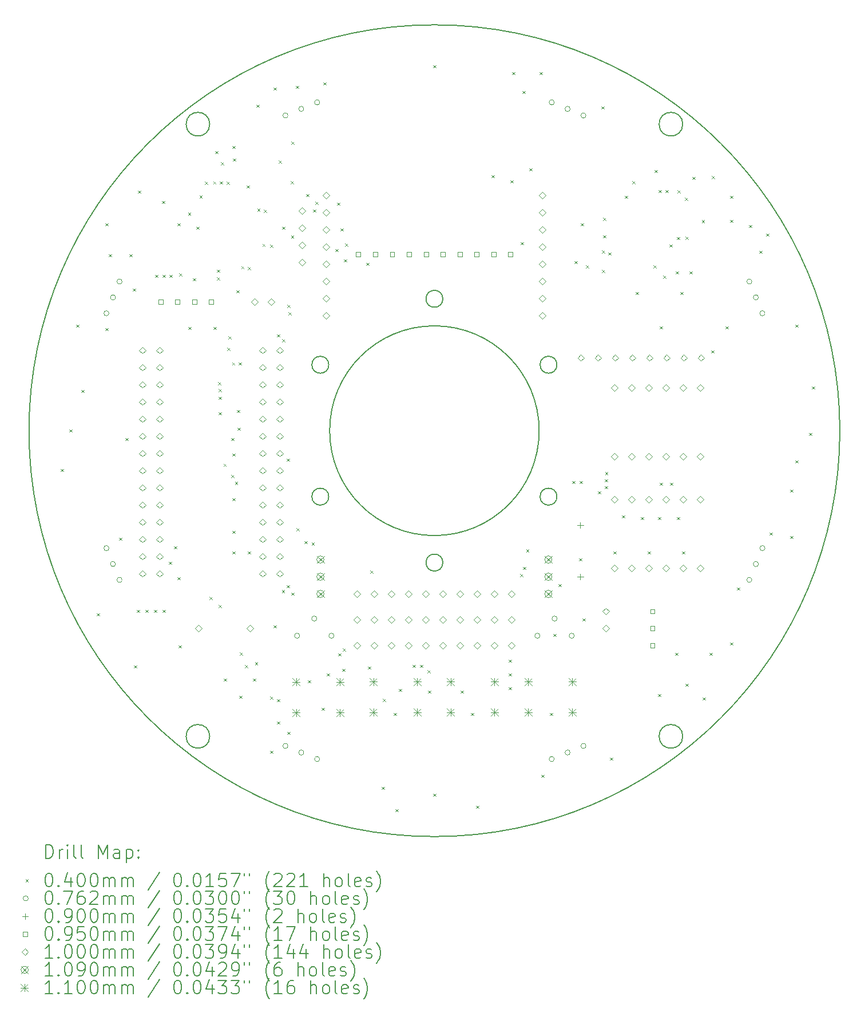
<source format=gbr>
%FSLAX45Y45*%
G04 Gerber Fmt 4.5, Leading zero omitted, Abs format (unit mm)*
G04 Created by KiCad (PCBNEW (6.0.5)) date 2022-10-16 22:53:59*
%MOMM*%
%LPD*%
G01*
G04 APERTURE LIST*
%TA.AperFunction,Profile*%
%ADD10C,0.200000*%
%TD*%
%ADD11C,0.200000*%
%ADD12C,0.040000*%
%ADD13C,0.076200*%
%ADD14C,0.090000*%
%ADD15C,0.095000*%
%ADD16C,0.100000*%
%ADD17C,0.109000*%
%ADD18C,0.110000*%
G04 APERTURE END LIST*
D10*
X12423000Y-5628811D02*
G75*
G03*
X12423000Y-5628811I-175000J0D01*
G01*
X15873000Y-8210000D02*
G75*
G03*
X15873000Y-8210000I-125000J0D01*
G01*
X17561750Y-9185000D02*
G75*
G03*
X17561750Y-9185000I-125000J0D01*
G01*
X12423000Y-14678811D02*
G75*
G03*
X12423000Y-14678811I-175000J0D01*
G01*
X19423000Y-14678811D02*
G75*
G03*
X19423000Y-14678811I-175000J0D01*
G01*
X17561750Y-11135000D02*
G75*
G03*
X17561750Y-11135000I-125000J0D01*
G01*
X14184250Y-9185000D02*
G75*
G03*
X14184250Y-9185000I-125000J0D01*
G01*
X17298000Y-10160000D02*
G75*
G03*
X17298000Y-10160000I-1550000J0D01*
G01*
X21748000Y-10160000D02*
G75*
G03*
X21748000Y-10160000I-6000000J0D01*
G01*
X14184250Y-11135000D02*
G75*
G03*
X14184250Y-11135000I-125000J0D01*
G01*
X19423000Y-5628811D02*
G75*
G03*
X19423000Y-5628811I-175000J0D01*
G01*
X15873000Y-12110000D02*
G75*
G03*
X15873000Y-12110000I-125000J0D01*
G01*
D11*
D12*
X10216200Y-10724200D02*
X10256200Y-10764200D01*
X10256200Y-10724200D02*
X10216200Y-10764200D01*
X10343200Y-10140000D02*
X10383200Y-10180000D01*
X10383200Y-10140000D02*
X10343200Y-10180000D01*
X10444800Y-8590600D02*
X10484800Y-8630600D01*
X10484800Y-8590600D02*
X10444800Y-8630600D01*
X10521000Y-9555800D02*
X10561000Y-9595800D01*
X10561000Y-9555800D02*
X10521000Y-9595800D01*
X10749600Y-12857800D02*
X10789600Y-12897800D01*
X10789600Y-12857800D02*
X10749600Y-12897800D01*
X10876600Y-7092000D02*
X10916600Y-7132000D01*
X10916600Y-7092000D02*
X10876600Y-7132000D01*
X10876600Y-8641400D02*
X10916600Y-8681400D01*
X10916600Y-8641400D02*
X10876600Y-8681400D01*
X10927400Y-7549200D02*
X10967400Y-7589200D01*
X10967400Y-7549200D02*
X10927400Y-7589200D01*
X11079800Y-11740200D02*
X11119800Y-11780200D01*
X11119800Y-11740200D02*
X11079800Y-11780200D01*
X11175147Y-10267000D02*
X11215147Y-10307000D01*
X11215147Y-10267000D02*
X11175147Y-10307000D01*
X11232200Y-7549200D02*
X11272200Y-7589200D01*
X11272200Y-7549200D02*
X11232200Y-7589200D01*
X11283000Y-8057200D02*
X11323000Y-8097200D01*
X11323000Y-8057200D02*
X11283000Y-8097200D01*
X11301750Y-13628860D02*
X11341750Y-13668860D01*
X11341750Y-13628860D02*
X11301750Y-13668860D01*
X11346500Y-12807000D02*
X11386500Y-12847000D01*
X11386500Y-12807000D02*
X11346500Y-12847000D01*
X11359200Y-6609400D02*
X11399200Y-6649400D01*
X11399200Y-6609400D02*
X11359200Y-6649400D01*
X11473500Y-12807000D02*
X11513500Y-12847000D01*
X11513500Y-12807000D02*
X11473500Y-12847000D01*
X11600500Y-12807000D02*
X11640500Y-12847000D01*
X11640500Y-12807000D02*
X11600500Y-12847000D01*
X11617342Y-7854000D02*
X11657342Y-7894000D01*
X11657342Y-7854000D02*
X11617342Y-7894000D01*
X11714800Y-6761800D02*
X11754800Y-6801800D01*
X11754800Y-6761800D02*
X11714800Y-6801800D01*
X11727500Y-7854000D02*
X11767500Y-7894000D01*
X11767500Y-7854000D02*
X11727500Y-7894000D01*
X11727500Y-12807000D02*
X11767500Y-12847000D01*
X11767500Y-12807000D02*
X11727500Y-12847000D01*
X11816400Y-12095800D02*
X11856400Y-12135800D01*
X11856400Y-12095800D02*
X11816400Y-12135800D01*
X11827450Y-7854000D02*
X11867450Y-7894000D01*
X11867450Y-7854000D02*
X11827450Y-7894000D01*
X11892600Y-11867200D02*
X11932600Y-11907200D01*
X11932600Y-11867200D02*
X11892600Y-11907200D01*
X11943400Y-12324400D02*
X11983400Y-12364400D01*
X11983400Y-12324400D02*
X11943400Y-12364400D01*
X11947150Y-7092000D02*
X11987150Y-7132000D01*
X11987150Y-7092000D02*
X11947150Y-7132000D01*
X11964032Y-13332468D02*
X12004032Y-13372468D01*
X12004032Y-13332468D02*
X11964032Y-13372468D01*
X11968800Y-7833211D02*
X12008800Y-7873211D01*
X12008800Y-7833211D02*
X11968800Y-7873211D01*
X12102038Y-6933138D02*
X12142038Y-6973138D01*
X12142038Y-6933138D02*
X12102038Y-6973138D01*
X12108500Y-8624950D02*
X12148500Y-8664950D01*
X12148500Y-8624950D02*
X12108500Y-8664950D01*
X12172000Y-7904800D02*
X12212000Y-7944800D01*
X12212000Y-7904800D02*
X12172000Y-7944800D01*
X12222800Y-7142800D02*
X12262800Y-7182800D01*
X12262800Y-7142800D02*
X12222800Y-7182800D01*
X12270605Y-6681772D02*
X12310605Y-6721772D01*
X12310605Y-6681772D02*
X12270605Y-6721772D01*
X12349800Y-6477674D02*
X12389800Y-6517674D01*
X12389800Y-6477674D02*
X12349800Y-6517674D01*
X12417050Y-12616500D02*
X12457050Y-12656500D01*
X12457050Y-12616500D02*
X12417050Y-12656500D01*
X12473336Y-6473806D02*
X12513336Y-6513806D01*
X12513336Y-6473806D02*
X12473336Y-6513806D01*
X12476800Y-8624950D02*
X12516800Y-8664950D01*
X12516800Y-8624950D02*
X12476800Y-8664950D01*
X12502200Y-6025200D02*
X12542200Y-6065200D01*
X12542200Y-6025200D02*
X12502200Y-6065200D01*
X12527600Y-7777800D02*
X12567600Y-7817800D01*
X12567600Y-7777800D02*
X12527600Y-7817800D01*
X12527600Y-7892100D02*
X12567600Y-7932100D01*
X12567600Y-7892100D02*
X12527600Y-7932100D01*
X12543130Y-9444330D02*
X12583130Y-9484330D01*
X12583130Y-9444330D02*
X12543130Y-9484330D01*
X12553000Y-9543792D02*
X12593000Y-9583792D01*
X12593000Y-9543792D02*
X12553000Y-9583792D01*
X12553000Y-9657400D02*
X12593000Y-9697400D01*
X12593000Y-9657400D02*
X12553000Y-9697400D01*
X12553000Y-9886000D02*
X12593000Y-9926000D01*
X12593000Y-9886000D02*
X12553000Y-9926000D01*
X12553000Y-12734550D02*
X12593000Y-12774550D01*
X12593000Y-12734550D02*
X12553000Y-12774550D01*
X12573286Y-6473806D02*
X12613286Y-6513806D01*
X12613286Y-6473806D02*
X12573286Y-6513806D01*
X12590670Y-6189870D02*
X12630670Y-6229870D01*
X12630670Y-6189870D02*
X12590670Y-6229870D01*
X12625450Y-10648000D02*
X12665450Y-10688000D01*
X12665450Y-10648000D02*
X12625450Y-10688000D01*
X12629200Y-13823000D02*
X12669200Y-13863000D01*
X12669200Y-13823000D02*
X12629200Y-13863000D01*
X12673220Y-6475620D02*
X12713220Y-6515620D01*
X12713220Y-6475620D02*
X12673220Y-6515620D01*
X12680000Y-8933500D02*
X12720000Y-8973500D01*
X12720000Y-8933500D02*
X12680000Y-8973500D01*
X12699552Y-8762552D02*
X12739552Y-8802552D01*
X12739552Y-8762552D02*
X12699552Y-8802552D01*
X12743070Y-10813530D02*
X12783070Y-10853530D01*
X12783070Y-10813530D02*
X12743070Y-10853530D01*
X12743500Y-10267000D02*
X12783500Y-10307000D01*
X12783500Y-10267000D02*
X12743500Y-10307000D01*
X12752450Y-9149400D02*
X12792450Y-9189400D01*
X12792450Y-9149400D02*
X12752450Y-9189400D01*
X12756200Y-5949000D02*
X12796200Y-5989000D01*
X12796200Y-5949000D02*
X12756200Y-5989000D01*
X12756200Y-10495600D02*
X12796200Y-10535600D01*
X12796200Y-10495600D02*
X12756200Y-10535600D01*
X12756200Y-11156000D02*
X12796200Y-11196000D01*
X12796200Y-11156000D02*
X12756200Y-11196000D01*
X12756200Y-11638600D02*
X12796200Y-11678600D01*
X12796200Y-11638600D02*
X12756200Y-11678600D01*
X12756200Y-11943400D02*
X12796200Y-11983400D01*
X12796200Y-11943400D02*
X12756200Y-11983400D01*
X12764816Y-6135416D02*
X12804816Y-6175416D01*
X12804816Y-6135416D02*
X12764816Y-6175416D01*
X12794730Y-10914270D02*
X12834730Y-10954270D01*
X12834730Y-10914270D02*
X12794730Y-10954270D01*
X12815950Y-8082600D02*
X12855950Y-8122600D01*
X12855950Y-8082600D02*
X12815950Y-8122600D01*
X12828000Y-9851000D02*
X12868000Y-9891000D01*
X12868000Y-9851000D02*
X12828000Y-9891000D01*
X12832400Y-10114600D02*
X12872400Y-10154600D01*
X12872400Y-10114600D02*
X12832400Y-10154600D01*
X12852400Y-9149400D02*
X12892400Y-9189400D01*
X12892400Y-9149400D02*
X12852400Y-9189400D01*
X12857800Y-14077000D02*
X12897800Y-14117000D01*
X12897800Y-14077000D02*
X12857800Y-14117000D01*
X12870500Y-13435709D02*
X12910500Y-13475709D01*
X12910500Y-13435709D02*
X12870500Y-13475709D01*
X12888021Y-7727000D02*
X12928021Y-7767000D01*
X12928021Y-7727000D02*
X12888021Y-7767000D01*
X12946700Y-13623550D02*
X12986700Y-13663550D01*
X12986700Y-13623550D02*
X12946700Y-13663550D01*
X12969354Y-6533200D02*
X13009354Y-6573200D01*
X13009354Y-6533200D02*
X12969354Y-6573200D01*
X12984800Y-11943400D02*
X13024800Y-11983400D01*
X13024800Y-11943400D02*
X12984800Y-11983400D01*
X12987047Y-7740562D02*
X13027047Y-7780562D01*
X13027047Y-7740562D02*
X12987047Y-7780562D01*
X13061000Y-13823000D02*
X13101000Y-13863000D01*
X13101000Y-13823000D02*
X13061000Y-13863000D01*
X13091274Y-13580610D02*
X13131274Y-13620610D01*
X13131274Y-13580610D02*
X13091274Y-13620610D01*
X13112230Y-5339830D02*
X13152230Y-5379830D01*
X13152230Y-5339830D02*
X13112230Y-5379830D01*
X13125311Y-6876911D02*
X13165311Y-6916911D01*
X13165311Y-6876911D02*
X13125311Y-6916911D01*
X13201130Y-7396370D02*
X13241130Y-7436370D01*
X13241130Y-7396370D02*
X13201130Y-7436370D01*
X13223814Y-6893859D02*
X13263814Y-6933859D01*
X13263814Y-6893859D02*
X13223814Y-6933859D01*
X13315000Y-7409500D02*
X13355000Y-7449500D01*
X13355000Y-7409500D02*
X13315000Y-7449500D01*
X13315000Y-14889800D02*
X13355000Y-14929800D01*
X13355000Y-14889800D02*
X13315000Y-14929800D01*
X13315837Y-14088863D02*
X13355837Y-14128863D01*
X13355837Y-14088863D02*
X13315837Y-14128863D01*
X13365800Y-5085400D02*
X13405800Y-5125400D01*
X13405800Y-5085400D02*
X13365800Y-5125400D01*
X13365800Y-13035600D02*
X13405800Y-13075600D01*
X13405800Y-13035600D02*
X13365800Y-13075600D01*
X13416600Y-8734050D02*
X13456600Y-8774050D01*
X13456600Y-8734050D02*
X13416600Y-8774050D01*
X13416600Y-14127800D02*
X13456600Y-14167800D01*
X13456600Y-14127800D02*
X13416600Y-14167800D01*
X13416600Y-14458000D02*
X13456600Y-14498000D01*
X13456600Y-14458000D02*
X13416600Y-14498000D01*
X13442000Y-6162914D02*
X13482000Y-6202914D01*
X13482000Y-6162914D02*
X13442000Y-6202914D01*
X13489205Y-12512956D02*
X13529205Y-12552956D01*
X13529205Y-12512956D02*
X13489205Y-12552956D01*
X13492800Y-8806500D02*
X13532800Y-8846500D01*
X13532800Y-8806500D02*
X13492800Y-8846500D01*
X13496550Y-7142800D02*
X13536550Y-7182800D01*
X13536550Y-7142800D02*
X13496550Y-7182800D01*
X13559881Y-12442281D02*
X13599881Y-12482281D01*
X13599881Y-12442281D02*
X13559881Y-12482281D01*
X13560050Y-10571800D02*
X13600050Y-10611800D01*
X13600050Y-10571800D02*
X13560050Y-10611800D01*
X13569000Y-8298500D02*
X13609000Y-8338500D01*
X13609000Y-8298500D02*
X13569000Y-8338500D01*
X13569000Y-14610400D02*
X13609000Y-14650400D01*
X13609000Y-14610400D02*
X13569000Y-14650400D01*
X13588587Y-8405913D02*
X13628587Y-8445913D01*
X13628587Y-8405913D02*
X13588587Y-8445913D01*
X13624000Y-6469000D02*
X13664000Y-6509000D01*
X13664000Y-6469000D02*
X13624000Y-6509000D01*
X13625720Y-7275720D02*
X13665720Y-7315720D01*
X13665720Y-7275720D02*
X13625720Y-7315720D01*
X13632500Y-5885500D02*
X13672500Y-5925500D01*
X13672500Y-5885500D02*
X13632500Y-5925500D01*
X13632500Y-12553000D02*
X13672500Y-12593000D01*
X13672500Y-12553000D02*
X13632500Y-12593000D01*
X13696000Y-5060000D02*
X13736000Y-5100000D01*
X13736000Y-5060000D02*
X13696000Y-5100000D01*
X13704950Y-11600500D02*
X13744950Y-11640500D01*
X13744950Y-11600500D02*
X13704950Y-11640500D01*
X13823000Y-11791000D02*
X13863000Y-11831000D01*
X13863000Y-11791000D02*
X13823000Y-11831000D01*
X13848400Y-6660200D02*
X13888400Y-6700200D01*
X13888400Y-6660200D02*
X13848400Y-6700200D01*
X13873800Y-13848400D02*
X13913800Y-13888400D01*
X13913800Y-13848400D02*
X13873800Y-13888400D01*
X13930520Y-11810480D02*
X13970520Y-11850480D01*
X13970520Y-11810480D02*
X13930520Y-11850480D01*
X13950000Y-6888800D02*
X13990000Y-6928800D01*
X13990000Y-6888800D02*
X13950000Y-6928800D01*
X13986149Y-6772349D02*
X14026149Y-6812349D01*
X14026149Y-6772349D02*
X13986149Y-6812349D01*
X14077000Y-14254800D02*
X14117000Y-14294800D01*
X14117000Y-14254800D02*
X14077000Y-14294800D01*
X14102400Y-5009200D02*
X14142400Y-5049200D01*
X14142400Y-5009200D02*
X14102400Y-5049200D01*
X14153200Y-13746800D02*
X14193200Y-13786800D01*
X14193200Y-13746800D02*
X14153200Y-13786800D01*
X14280200Y-7473000D02*
X14320200Y-7513000D01*
X14320200Y-7473000D02*
X14280200Y-7513000D01*
X14305600Y-6787200D02*
X14345600Y-6827200D01*
X14345600Y-6787200D02*
X14305600Y-6827200D01*
X14322355Y-13451149D02*
X14362355Y-13491149D01*
X14362355Y-13451149D02*
X14322355Y-13491149D01*
X14358347Y-7168249D02*
X14398347Y-7208249D01*
X14398347Y-7168249D02*
X14358347Y-7208249D01*
X14381800Y-13678902D02*
X14421800Y-13718902D01*
X14421800Y-13678902D02*
X14381800Y-13718902D01*
X14391001Y-13378500D02*
X14431001Y-13418500D01*
X14431001Y-13378500D02*
X14391001Y-13418500D01*
X14407200Y-7625400D02*
X14447200Y-7665400D01*
X14447200Y-7625400D02*
X14407200Y-7665400D01*
X14427225Y-7390565D02*
X14467225Y-7430565D01*
X14467225Y-7390565D02*
X14427225Y-7430565D01*
X14737400Y-7676200D02*
X14777400Y-7716200D01*
X14777400Y-7676200D02*
X14737400Y-7716200D01*
X14762800Y-13645200D02*
X14802800Y-13685200D01*
X14802800Y-13645200D02*
X14762800Y-13685200D01*
X14800900Y-12226478D02*
X14840900Y-12266478D01*
X14840900Y-12226478D02*
X14800900Y-12266478D01*
X14966000Y-15423200D02*
X15006000Y-15463200D01*
X15006000Y-15423200D02*
X14966000Y-15463200D01*
X14986507Y-14122907D02*
X15026507Y-14162907D01*
X15026507Y-14122907D02*
X14986507Y-14162907D01*
X15143800Y-14331000D02*
X15183800Y-14371000D01*
X15183800Y-14331000D02*
X15143800Y-14371000D01*
X15169200Y-15753400D02*
X15209200Y-15793400D01*
X15209200Y-15753400D02*
X15169200Y-15793400D01*
X15220000Y-13975400D02*
X15260000Y-14015400D01*
X15260000Y-13975400D02*
X15220000Y-14015400D01*
X15423200Y-13619757D02*
X15463200Y-13659757D01*
X15463200Y-13619757D02*
X15423200Y-13659757D01*
X15537500Y-13619757D02*
X15577500Y-13659757D01*
X15577500Y-13619757D02*
X15537500Y-13659757D01*
X15647000Y-13701000D02*
X15687000Y-13741000D01*
X15687000Y-13701000D02*
X15647000Y-13741000D01*
X15651800Y-14000800D02*
X15691800Y-14040800D01*
X15691800Y-14000800D02*
X15651800Y-14040800D01*
X15728000Y-4755200D02*
X15768000Y-4795200D01*
X15768000Y-4755200D02*
X15728000Y-4795200D01*
X15728000Y-15524800D02*
X15768000Y-15564800D01*
X15768000Y-15524800D02*
X15728000Y-15564800D01*
X16134400Y-14000800D02*
X16174400Y-14040800D01*
X16174400Y-14000800D02*
X16134400Y-14040800D01*
X16286800Y-14331000D02*
X16326800Y-14371000D01*
X16326800Y-14331000D02*
X16286800Y-14371000D01*
X16363000Y-15702600D02*
X16403000Y-15742600D01*
X16403000Y-15702600D02*
X16363000Y-15742600D01*
X16591600Y-6380800D02*
X16631600Y-6420800D01*
X16631600Y-6380800D02*
X16591600Y-6420800D01*
X16845600Y-13543600D02*
X16885600Y-13583600D01*
X16885600Y-13543600D02*
X16845600Y-13583600D01*
X16845600Y-13746800D02*
X16885600Y-13786800D01*
X16885600Y-13746800D02*
X16845600Y-13786800D01*
X16845600Y-13950000D02*
X16885600Y-13990000D01*
X16885600Y-13950000D02*
X16845600Y-13990000D01*
X16871000Y-6457000D02*
X16911000Y-6497000D01*
X16911000Y-6457000D02*
X16871000Y-6497000D01*
X16896400Y-4856800D02*
X16936400Y-4896800D01*
X16936400Y-4856800D02*
X16896400Y-4896800D01*
X17017479Y-12279521D02*
X17057479Y-12319521D01*
X17057479Y-12279521D02*
X17017479Y-12319521D01*
X17023400Y-7371400D02*
X17063400Y-7411400D01*
X17063400Y-7371400D02*
X17023400Y-7411400D01*
X17048800Y-5136200D02*
X17088800Y-5176200D01*
X17088800Y-5136200D02*
X17048800Y-5176200D01*
X17061500Y-12172000D02*
X17101500Y-12212000D01*
X17101500Y-12172000D02*
X17061500Y-12212000D01*
X17106380Y-11912080D02*
X17146380Y-11952080D01*
X17146380Y-11912080D02*
X17106380Y-11952080D01*
X17150400Y-6279200D02*
X17190400Y-6319200D01*
X17190400Y-6279200D02*
X17150400Y-6319200D01*
X17302800Y-4856800D02*
X17342800Y-4896800D01*
X17342800Y-4856800D02*
X17302800Y-4896800D01*
X17328200Y-15245400D02*
X17368200Y-15285400D01*
X17368200Y-15245400D02*
X17328200Y-15285400D01*
X17455200Y-14331000D02*
X17495200Y-14371000D01*
X17495200Y-14331000D02*
X17455200Y-14371000D01*
X17506000Y-13162600D02*
X17546000Y-13202600D01*
X17546000Y-13162600D02*
X17506000Y-13202600D01*
X17582200Y-12426000D02*
X17622200Y-12466000D01*
X17622200Y-12426000D02*
X17582200Y-12466000D01*
X17785400Y-10902000D02*
X17825400Y-10942000D01*
X17825400Y-10902000D02*
X17785400Y-10942000D01*
X17823500Y-7650800D02*
X17863500Y-7690800D01*
X17863500Y-7650800D02*
X17823500Y-7690800D01*
X17887000Y-12045000D02*
X17927000Y-12085000D01*
X17927000Y-12045000D02*
X17887000Y-12085000D01*
X17896550Y-10902000D02*
X17936550Y-10942000D01*
X17936550Y-10902000D02*
X17896550Y-10942000D01*
X17912400Y-7092000D02*
X17952400Y-7132000D01*
X17952400Y-7092000D02*
X17912400Y-7132000D01*
X17937800Y-12934000D02*
X17977800Y-12974000D01*
X17977800Y-12934000D02*
X17937800Y-12974000D01*
X17988600Y-7711088D02*
X18028600Y-7751088D01*
X18028600Y-7711088D02*
X17988600Y-7751088D01*
X18166400Y-11054400D02*
X18206400Y-11094400D01*
X18206400Y-11054400D02*
X18166400Y-11094400D01*
X18217200Y-5364800D02*
X18257200Y-5404800D01*
X18257200Y-5364800D02*
X18217200Y-5404800D01*
X18226150Y-7492487D02*
X18266150Y-7532487D01*
X18266150Y-7492487D02*
X18226150Y-7532487D01*
X18226150Y-7783538D02*
X18266150Y-7823538D01*
X18266150Y-7783538D02*
X18226150Y-7823538D01*
X18242600Y-7269800D02*
X18282600Y-7309800D01*
X18282600Y-7269800D02*
X18242600Y-7309800D01*
X18246049Y-7012351D02*
X18286049Y-7052351D01*
X18286049Y-7012351D02*
X18246049Y-7052351D01*
X18268000Y-10876600D02*
X18308000Y-10916600D01*
X18308000Y-10876600D02*
X18268000Y-10916600D01*
X18268000Y-10978200D02*
X18308000Y-11018200D01*
X18308000Y-10978200D02*
X18268000Y-11018200D01*
X18273481Y-10768659D02*
X18313481Y-10808659D01*
X18313481Y-10768659D02*
X18273481Y-10808659D01*
X18322550Y-7523800D02*
X18362550Y-7563800D01*
X18362550Y-7523800D02*
X18322550Y-7563800D01*
X18344200Y-14991400D02*
X18384200Y-15031400D01*
X18384200Y-14991400D02*
X18344200Y-15031400D01*
X18395000Y-11943400D02*
X18435000Y-11983400D01*
X18435000Y-11943400D02*
X18395000Y-11983400D01*
X18522000Y-11410000D02*
X18562000Y-11450000D01*
X18562000Y-11410000D02*
X18522000Y-11450000D01*
X18567621Y-6685600D02*
X18607621Y-6725600D01*
X18607621Y-6685600D02*
X18567621Y-6725600D01*
X18677000Y-6467000D02*
X18717000Y-6507000D01*
X18717000Y-6467000D02*
X18677000Y-6507000D01*
X18725200Y-8108000D02*
X18765200Y-8148000D01*
X18765200Y-8108000D02*
X18725200Y-8148000D01*
X18801400Y-11435400D02*
X18841400Y-11475400D01*
X18841400Y-11435400D02*
X18801400Y-11475400D01*
X18903000Y-11943400D02*
X18943000Y-11983400D01*
X18943000Y-11943400D02*
X18903000Y-11983400D01*
X18991900Y-7714300D02*
X19031900Y-7754300D01*
X19031900Y-7714300D02*
X18991900Y-7754300D01*
X19004600Y-6304600D02*
X19044600Y-6344600D01*
X19044600Y-6304600D02*
X19004600Y-6344600D01*
X19055400Y-11435400D02*
X19095400Y-11475400D01*
X19095400Y-11435400D02*
X19055400Y-11475400D01*
X19055400Y-14051600D02*
X19095400Y-14091600D01*
X19095400Y-14051600D02*
X19055400Y-14091600D01*
X19065354Y-6600806D02*
X19105354Y-6640806D01*
X19105354Y-6600806D02*
X19065354Y-6640806D01*
X19080800Y-8616000D02*
X19120800Y-8656000D01*
X19120800Y-8616000D02*
X19080800Y-8656000D01*
X19080800Y-10927400D02*
X19120800Y-10967400D01*
X19120800Y-10927400D02*
X19080800Y-10967400D01*
X19131600Y-7866700D02*
X19171600Y-7906700D01*
X19171600Y-7866700D02*
X19131600Y-7906700D01*
X19169700Y-6600806D02*
X19209700Y-6640806D01*
X19209700Y-6600806D02*
X19169700Y-6640806D01*
X19226908Y-7403951D02*
X19266908Y-7443951D01*
X19266908Y-7403951D02*
X19226908Y-7443951D01*
X19233200Y-10927400D02*
X19273200Y-10967400D01*
X19273200Y-10927400D02*
X19233200Y-10967400D01*
X19309400Y-13442000D02*
X19349400Y-13482000D01*
X19349400Y-13442000D02*
X19309400Y-13482000D01*
X19322100Y-7803200D02*
X19362100Y-7843200D01*
X19362100Y-7803200D02*
X19322100Y-7843200D01*
X19334800Y-7295200D02*
X19374800Y-7335200D01*
X19374800Y-7295200D02*
X19334800Y-7335200D01*
X19334800Y-11435400D02*
X19374800Y-11475400D01*
X19374800Y-11435400D02*
X19334800Y-11475400D01*
X19343521Y-6606496D02*
X19383521Y-6646496D01*
X19383521Y-6606496D02*
X19343521Y-6646496D01*
X19385600Y-8108000D02*
X19425600Y-8148000D01*
X19425600Y-8108000D02*
X19385600Y-8148000D01*
X19411000Y-11943400D02*
X19451000Y-11983400D01*
X19451000Y-11943400D02*
X19411000Y-11983400D01*
X19454912Y-6717888D02*
X19494912Y-6757888D01*
X19494912Y-6717888D02*
X19454912Y-6757888D01*
X19461800Y-13899200D02*
X19501800Y-13939200D01*
X19501800Y-13899200D02*
X19461800Y-13939200D01*
X19465440Y-7291560D02*
X19505440Y-7331560D01*
X19505440Y-7291560D02*
X19465440Y-7331560D01*
X19525300Y-7803200D02*
X19565300Y-7843200D01*
X19565300Y-7803200D02*
X19525300Y-7843200D01*
X19563400Y-6406200D02*
X19603400Y-6446200D01*
X19603400Y-6406200D02*
X19563400Y-6446200D01*
X19704521Y-7043481D02*
X19744521Y-7083481D01*
X19744521Y-7043481D02*
X19704521Y-7083481D01*
X19715800Y-14102400D02*
X19755800Y-14142400D01*
X19755800Y-14102400D02*
X19715800Y-14142400D01*
X19817400Y-13442000D02*
X19857400Y-13482000D01*
X19857400Y-13442000D02*
X19817400Y-13482000D01*
X19842800Y-8971600D02*
X19882800Y-9011600D01*
X19882800Y-8971600D02*
X19842800Y-9011600D01*
X19853113Y-6395887D02*
X19893113Y-6435887D01*
X19893113Y-6395887D02*
X19853113Y-6435887D01*
X20054950Y-8616000D02*
X20094950Y-8656000D01*
X20094950Y-8616000D02*
X20054950Y-8656000D01*
X20122200Y-6685600D02*
X20162200Y-6725600D01*
X20162200Y-6685600D02*
X20122200Y-6725600D01*
X20122200Y-7041200D02*
X20162200Y-7081200D01*
X20162200Y-7041200D02*
X20122200Y-7081200D01*
X20122200Y-13289600D02*
X20162200Y-13329600D01*
X20162200Y-13289600D02*
X20122200Y-13329600D01*
X20223800Y-12476800D02*
X20263800Y-12516800D01*
X20263800Y-12476800D02*
X20223800Y-12516800D01*
X20401600Y-7117400D02*
X20441600Y-7157400D01*
X20441600Y-7117400D02*
X20401600Y-7157400D01*
X20554000Y-7498400D02*
X20594000Y-7538400D01*
X20594000Y-7498400D02*
X20554000Y-7538400D01*
X20655600Y-7244400D02*
X20695600Y-7284400D01*
X20695600Y-7244400D02*
X20655600Y-7284400D01*
X20706400Y-11664000D02*
X20746400Y-11704000D01*
X20746400Y-11664000D02*
X20706400Y-11704000D01*
X21011200Y-11029000D02*
X21051200Y-11069000D01*
X21051200Y-11029000D02*
X21011200Y-11069000D01*
X21011200Y-11714800D02*
X21051200Y-11754800D01*
X21051200Y-11714800D02*
X21011200Y-11754800D01*
X21087400Y-8590600D02*
X21127400Y-8630600D01*
X21127400Y-8590600D02*
X21087400Y-8630600D01*
X21087400Y-10597200D02*
X21127400Y-10637200D01*
X21127400Y-10597200D02*
X21087400Y-10637200D01*
X21290600Y-10190800D02*
X21330600Y-10230800D01*
X21330600Y-10190800D02*
X21290600Y-10230800D01*
X21332650Y-9505000D02*
X21372650Y-9545000D01*
X21372650Y-9505000D02*
X21332650Y-9545000D01*
D13*
X10931524Y-8424196D02*
G75*
G03*
X10931524Y-8424196I-38100J0D01*
G01*
X10931524Y-11896004D02*
G75*
G03*
X10931524Y-11896004I-38100J0D01*
G01*
X11028725Y-8189531D02*
G75*
G03*
X11028725Y-8189531I-38100J0D01*
G01*
X11028725Y-12130669D02*
G75*
G03*
X11028725Y-12130669I-38100J0D01*
G01*
X11125927Y-7954865D02*
G75*
G03*
X11125927Y-7954865I-38100J0D01*
G01*
X11125927Y-12365335D02*
G75*
G03*
X11125927Y-12365335I-38100J0D01*
G01*
X13580865Y-5499927D02*
G75*
G03*
X13580865Y-5499927I-38100J0D01*
G01*
X13580865Y-14820273D02*
G75*
G03*
X13580865Y-14820273I-38100J0D01*
G01*
X13754100Y-13192100D02*
G75*
G03*
X13754100Y-13192100I-38100J0D01*
G01*
X13815531Y-5402725D02*
G75*
G03*
X13815531Y-5402725I-38100J0D01*
G01*
X13815531Y-14917475D02*
G75*
G03*
X13815531Y-14917475I-38100J0D01*
G01*
X14008100Y-12938100D02*
G75*
G03*
X14008100Y-12938100I-38100J0D01*
G01*
X14050196Y-5305524D02*
G75*
G03*
X14050196Y-5305524I-38100J0D01*
G01*
X14050196Y-15014676D02*
G75*
G03*
X14050196Y-15014676I-38100J0D01*
G01*
X14262100Y-13192100D02*
G75*
G03*
X14262100Y-13192100I-38100J0D01*
G01*
X17310100Y-13192100D02*
G75*
G03*
X17310100Y-13192100I-38100J0D01*
G01*
X17522004Y-5305524D02*
G75*
G03*
X17522004Y-5305524I-38100J0D01*
G01*
X17522004Y-15014676D02*
G75*
G03*
X17522004Y-15014676I-38100J0D01*
G01*
X17564100Y-12938100D02*
G75*
G03*
X17564100Y-12938100I-38100J0D01*
G01*
X17756669Y-5402725D02*
G75*
G03*
X17756669Y-5402725I-38100J0D01*
G01*
X17756669Y-14917475D02*
G75*
G03*
X17756669Y-14917475I-38100J0D01*
G01*
X17818100Y-13192100D02*
G75*
G03*
X17818100Y-13192100I-38100J0D01*
G01*
X17991335Y-5499927D02*
G75*
G03*
X17991335Y-5499927I-38100J0D01*
G01*
X17991335Y-14820273D02*
G75*
G03*
X17991335Y-14820273I-38100J0D01*
G01*
X20446273Y-7954865D02*
G75*
G03*
X20446273Y-7954865I-38100J0D01*
G01*
X20446273Y-12365335D02*
G75*
G03*
X20446273Y-12365335I-38100J0D01*
G01*
X20543475Y-8189531D02*
G75*
G03*
X20543475Y-8189531I-38100J0D01*
G01*
X20543475Y-12130669D02*
G75*
G03*
X20543475Y-12130669I-38100J0D01*
G01*
X20640676Y-8424196D02*
G75*
G03*
X20640676Y-8424196I-38100J0D01*
G01*
X20640677Y-11896004D02*
G75*
G03*
X20640677Y-11896004I-38100J0D01*
G01*
D14*
X17907000Y-11512000D02*
X17907000Y-11602000D01*
X17862000Y-11557000D02*
X17952000Y-11557000D01*
X17907000Y-12274000D02*
X17907000Y-12364000D01*
X17862000Y-12319000D02*
X17952000Y-12319000D01*
D15*
X11729588Y-8288588D02*
X11729588Y-8221412D01*
X11662412Y-8221412D01*
X11662412Y-8288588D01*
X11729588Y-8288588D01*
X11979588Y-8288588D02*
X11979588Y-8221412D01*
X11912412Y-8221412D01*
X11912412Y-8288588D01*
X11979588Y-8288588D01*
X12229588Y-8288588D02*
X12229588Y-8221412D01*
X12162412Y-8221412D01*
X12162412Y-8288588D01*
X12229588Y-8288588D01*
X12479588Y-8288588D02*
X12479588Y-8221412D01*
X12412412Y-8221412D01*
X12412412Y-8288588D01*
X12479588Y-8288588D01*
X14656588Y-7584588D02*
X14656588Y-7517412D01*
X14589412Y-7517412D01*
X14589412Y-7584588D01*
X14656588Y-7584588D01*
X14906588Y-7584588D02*
X14906588Y-7517412D01*
X14839412Y-7517412D01*
X14839412Y-7584588D01*
X14906588Y-7584588D01*
X15156588Y-7584588D02*
X15156588Y-7517412D01*
X15089412Y-7517412D01*
X15089412Y-7584588D01*
X15156588Y-7584588D01*
X15406588Y-7584588D02*
X15406588Y-7517412D01*
X15339412Y-7517412D01*
X15339412Y-7584588D01*
X15406588Y-7584588D01*
X15656588Y-7584588D02*
X15656588Y-7517412D01*
X15589412Y-7517412D01*
X15589412Y-7584588D01*
X15656588Y-7584588D01*
X15906588Y-7584588D02*
X15906588Y-7517412D01*
X15839412Y-7517412D01*
X15839412Y-7584588D01*
X15906588Y-7584588D01*
X16156588Y-7584588D02*
X16156588Y-7517412D01*
X16089412Y-7517412D01*
X16089412Y-7584588D01*
X16156588Y-7584588D01*
X16406588Y-7584588D02*
X16406588Y-7517412D01*
X16339412Y-7517412D01*
X16339412Y-7584588D01*
X16406588Y-7584588D01*
X16656588Y-7584588D02*
X16656588Y-7517412D01*
X16589412Y-7517412D01*
X16589412Y-7584588D01*
X16656588Y-7584588D01*
X16906588Y-7584588D02*
X16906588Y-7517412D01*
X16839412Y-7517412D01*
X16839412Y-7584588D01*
X16906588Y-7584588D01*
X19009088Y-12864588D02*
X19009088Y-12797412D01*
X18941912Y-12797412D01*
X18941912Y-12864588D01*
X19009088Y-12864588D01*
X19009088Y-13114588D02*
X19009088Y-13047412D01*
X18941912Y-13047412D01*
X18941912Y-13114588D01*
X19009088Y-13114588D01*
X19009088Y-13364588D02*
X19009088Y-13297412D01*
X18941912Y-13297412D01*
X18941912Y-13364588D01*
X19009088Y-13364588D01*
D16*
X11430000Y-9021000D02*
X11480000Y-8971000D01*
X11430000Y-8921000D01*
X11380000Y-8971000D01*
X11430000Y-9021000D01*
X11430000Y-9275000D02*
X11480000Y-9225000D01*
X11430000Y-9175000D01*
X11380000Y-9225000D01*
X11430000Y-9275000D01*
X11430000Y-9529000D02*
X11480000Y-9479000D01*
X11430000Y-9429000D01*
X11380000Y-9479000D01*
X11430000Y-9529000D01*
X11430000Y-9783000D02*
X11480000Y-9733000D01*
X11430000Y-9683000D01*
X11380000Y-9733000D01*
X11430000Y-9783000D01*
X11430000Y-10037000D02*
X11480000Y-9987000D01*
X11430000Y-9937000D01*
X11380000Y-9987000D01*
X11430000Y-10037000D01*
X11430000Y-10291000D02*
X11480000Y-10241000D01*
X11430000Y-10191000D01*
X11380000Y-10241000D01*
X11430000Y-10291000D01*
X11430000Y-10545000D02*
X11480000Y-10495000D01*
X11430000Y-10445000D01*
X11380000Y-10495000D01*
X11430000Y-10545000D01*
X11430000Y-10799000D02*
X11480000Y-10749000D01*
X11430000Y-10699000D01*
X11380000Y-10749000D01*
X11430000Y-10799000D01*
X11430000Y-11053000D02*
X11480000Y-11003000D01*
X11430000Y-10953000D01*
X11380000Y-11003000D01*
X11430000Y-11053000D01*
X11430000Y-11307000D02*
X11480000Y-11257000D01*
X11430000Y-11207000D01*
X11380000Y-11257000D01*
X11430000Y-11307000D01*
X11430000Y-11561000D02*
X11480000Y-11511000D01*
X11430000Y-11461000D01*
X11380000Y-11511000D01*
X11430000Y-11561000D01*
X11430000Y-11815000D02*
X11480000Y-11765000D01*
X11430000Y-11715000D01*
X11380000Y-11765000D01*
X11430000Y-11815000D01*
X11430000Y-12069000D02*
X11480000Y-12019000D01*
X11430000Y-11969000D01*
X11380000Y-12019000D01*
X11430000Y-12069000D01*
X11430000Y-12323000D02*
X11480000Y-12273000D01*
X11430000Y-12223000D01*
X11380000Y-12273000D01*
X11430000Y-12323000D01*
X11684000Y-9021000D02*
X11734000Y-8971000D01*
X11684000Y-8921000D01*
X11634000Y-8971000D01*
X11684000Y-9021000D01*
X11684000Y-9275000D02*
X11734000Y-9225000D01*
X11684000Y-9175000D01*
X11634000Y-9225000D01*
X11684000Y-9275000D01*
X11684000Y-9529000D02*
X11734000Y-9479000D01*
X11684000Y-9429000D01*
X11634000Y-9479000D01*
X11684000Y-9529000D01*
X11684000Y-9783000D02*
X11734000Y-9733000D01*
X11684000Y-9683000D01*
X11634000Y-9733000D01*
X11684000Y-9783000D01*
X11684000Y-10037000D02*
X11734000Y-9987000D01*
X11684000Y-9937000D01*
X11634000Y-9987000D01*
X11684000Y-10037000D01*
X11684000Y-10291000D02*
X11734000Y-10241000D01*
X11684000Y-10191000D01*
X11634000Y-10241000D01*
X11684000Y-10291000D01*
X11684000Y-10545000D02*
X11734000Y-10495000D01*
X11684000Y-10445000D01*
X11634000Y-10495000D01*
X11684000Y-10545000D01*
X11684000Y-10799000D02*
X11734000Y-10749000D01*
X11684000Y-10699000D01*
X11634000Y-10749000D01*
X11684000Y-10799000D01*
X11684000Y-11053000D02*
X11734000Y-11003000D01*
X11684000Y-10953000D01*
X11634000Y-11003000D01*
X11684000Y-11053000D01*
X11684000Y-11307000D02*
X11734000Y-11257000D01*
X11684000Y-11207000D01*
X11634000Y-11257000D01*
X11684000Y-11307000D01*
X11684000Y-11561000D02*
X11734000Y-11511000D01*
X11684000Y-11461000D01*
X11634000Y-11511000D01*
X11684000Y-11561000D01*
X11684000Y-11815000D02*
X11734000Y-11765000D01*
X11684000Y-11715000D01*
X11634000Y-11765000D01*
X11684000Y-11815000D01*
X11684000Y-12069000D02*
X11734000Y-12019000D01*
X11684000Y-11969000D01*
X11634000Y-12019000D01*
X11684000Y-12069000D01*
X11684000Y-12323000D02*
X11734000Y-12273000D01*
X11684000Y-12223000D01*
X11634000Y-12273000D01*
X11684000Y-12323000D01*
X12256500Y-13131000D02*
X12306500Y-13081000D01*
X12256500Y-13031000D01*
X12206500Y-13081000D01*
X12256500Y-13131000D01*
X13016500Y-13131000D02*
X13066500Y-13081000D01*
X13016500Y-13031000D01*
X12966500Y-13081000D01*
X13016500Y-13131000D01*
X13085000Y-8305000D02*
X13135000Y-8255000D01*
X13085000Y-8205000D01*
X13035000Y-8255000D01*
X13085000Y-8305000D01*
X13208000Y-9021000D02*
X13258000Y-8971000D01*
X13208000Y-8921000D01*
X13158000Y-8971000D01*
X13208000Y-9021000D01*
X13208000Y-9275000D02*
X13258000Y-9225000D01*
X13208000Y-9175000D01*
X13158000Y-9225000D01*
X13208000Y-9275000D01*
X13208000Y-9529000D02*
X13258000Y-9479000D01*
X13208000Y-9429000D01*
X13158000Y-9479000D01*
X13208000Y-9529000D01*
X13208000Y-9783000D02*
X13258000Y-9733000D01*
X13208000Y-9683000D01*
X13158000Y-9733000D01*
X13208000Y-9783000D01*
X13208000Y-10037000D02*
X13258000Y-9987000D01*
X13208000Y-9937000D01*
X13158000Y-9987000D01*
X13208000Y-10037000D01*
X13208000Y-10291000D02*
X13258000Y-10241000D01*
X13208000Y-10191000D01*
X13158000Y-10241000D01*
X13208000Y-10291000D01*
X13208000Y-10545000D02*
X13258000Y-10495000D01*
X13208000Y-10445000D01*
X13158000Y-10495000D01*
X13208000Y-10545000D01*
X13208000Y-10799000D02*
X13258000Y-10749000D01*
X13208000Y-10699000D01*
X13158000Y-10749000D01*
X13208000Y-10799000D01*
X13208000Y-11053000D02*
X13258000Y-11003000D01*
X13208000Y-10953000D01*
X13158000Y-11003000D01*
X13208000Y-11053000D01*
X13208000Y-11307000D02*
X13258000Y-11257000D01*
X13208000Y-11207000D01*
X13158000Y-11257000D01*
X13208000Y-11307000D01*
X13208000Y-11561000D02*
X13258000Y-11511000D01*
X13208000Y-11461000D01*
X13158000Y-11511000D01*
X13208000Y-11561000D01*
X13208000Y-11815000D02*
X13258000Y-11765000D01*
X13208000Y-11715000D01*
X13158000Y-11765000D01*
X13208000Y-11815000D01*
X13208000Y-12069000D02*
X13258000Y-12019000D01*
X13208000Y-11969000D01*
X13158000Y-12019000D01*
X13208000Y-12069000D01*
X13208000Y-12323000D02*
X13258000Y-12273000D01*
X13208000Y-12223000D01*
X13158000Y-12273000D01*
X13208000Y-12323000D01*
X13335000Y-8305000D02*
X13385000Y-8255000D01*
X13335000Y-8205000D01*
X13285000Y-8255000D01*
X13335000Y-8305000D01*
X13462000Y-9021000D02*
X13512000Y-8971000D01*
X13462000Y-8921000D01*
X13412000Y-8971000D01*
X13462000Y-9021000D01*
X13462000Y-9275000D02*
X13512000Y-9225000D01*
X13462000Y-9175000D01*
X13412000Y-9225000D01*
X13462000Y-9275000D01*
X13462000Y-9529000D02*
X13512000Y-9479000D01*
X13462000Y-9429000D01*
X13412000Y-9479000D01*
X13462000Y-9529000D01*
X13462000Y-9783000D02*
X13512000Y-9733000D01*
X13462000Y-9683000D01*
X13412000Y-9733000D01*
X13462000Y-9783000D01*
X13462000Y-10037000D02*
X13512000Y-9987000D01*
X13462000Y-9937000D01*
X13412000Y-9987000D01*
X13462000Y-10037000D01*
X13462000Y-10291000D02*
X13512000Y-10241000D01*
X13462000Y-10191000D01*
X13412000Y-10241000D01*
X13462000Y-10291000D01*
X13462000Y-10545000D02*
X13512000Y-10495000D01*
X13462000Y-10445000D01*
X13412000Y-10495000D01*
X13462000Y-10545000D01*
X13462000Y-10799000D02*
X13512000Y-10749000D01*
X13462000Y-10699000D01*
X13412000Y-10749000D01*
X13462000Y-10799000D01*
X13462000Y-11053000D02*
X13512000Y-11003000D01*
X13462000Y-10953000D01*
X13412000Y-11003000D01*
X13462000Y-11053000D01*
X13462000Y-11307000D02*
X13512000Y-11257000D01*
X13462000Y-11207000D01*
X13412000Y-11257000D01*
X13462000Y-11307000D01*
X13462000Y-11561000D02*
X13512000Y-11511000D01*
X13462000Y-11461000D01*
X13412000Y-11511000D01*
X13462000Y-11561000D01*
X13462000Y-11815000D02*
X13512000Y-11765000D01*
X13462000Y-11715000D01*
X13412000Y-11765000D01*
X13462000Y-11815000D01*
X13462000Y-12069000D02*
X13512000Y-12019000D01*
X13462000Y-11969000D01*
X13412000Y-12019000D01*
X13462000Y-12069000D01*
X13462000Y-12323000D02*
X13512000Y-12273000D01*
X13462000Y-12223000D01*
X13412000Y-12273000D01*
X13462000Y-12323000D01*
X13792200Y-6959800D02*
X13842200Y-6909800D01*
X13792200Y-6859800D01*
X13742200Y-6909800D01*
X13792200Y-6959800D01*
X13792200Y-7213800D02*
X13842200Y-7163800D01*
X13792200Y-7113800D01*
X13742200Y-7163800D01*
X13792200Y-7213800D01*
X13792200Y-7467800D02*
X13842200Y-7417800D01*
X13792200Y-7367800D01*
X13742200Y-7417800D01*
X13792200Y-7467800D01*
X13792200Y-7721800D02*
X13842200Y-7671800D01*
X13792200Y-7621800D01*
X13742200Y-7671800D01*
X13792200Y-7721800D01*
X14148000Y-6730200D02*
X14198000Y-6680200D01*
X14148000Y-6630200D01*
X14098000Y-6680200D01*
X14148000Y-6730200D01*
X14148000Y-6984200D02*
X14198000Y-6934200D01*
X14148000Y-6884200D01*
X14098000Y-6934200D01*
X14148000Y-6984200D01*
X14148000Y-7238200D02*
X14198000Y-7188200D01*
X14148000Y-7138200D01*
X14098000Y-7188200D01*
X14148000Y-7238200D01*
X14148000Y-7492200D02*
X14198000Y-7442200D01*
X14148000Y-7392200D01*
X14098000Y-7442200D01*
X14148000Y-7492200D01*
X14148000Y-7746200D02*
X14198000Y-7696200D01*
X14148000Y-7646200D01*
X14098000Y-7696200D01*
X14148000Y-7746200D01*
X14148000Y-8000200D02*
X14198000Y-7950200D01*
X14148000Y-7900200D01*
X14098000Y-7950200D01*
X14148000Y-8000200D01*
X14148000Y-8254200D02*
X14198000Y-8204200D01*
X14148000Y-8154200D01*
X14098000Y-8204200D01*
X14148000Y-8254200D01*
X14148000Y-8508200D02*
X14198000Y-8458200D01*
X14148000Y-8408200D01*
X14098000Y-8458200D01*
X14148000Y-8508200D01*
X14605000Y-12623000D02*
X14655000Y-12573000D01*
X14605000Y-12523000D01*
X14555000Y-12573000D01*
X14605000Y-12623000D01*
X14605000Y-13004000D02*
X14655000Y-12954000D01*
X14605000Y-12904000D01*
X14555000Y-12954000D01*
X14605000Y-13004000D01*
X14605000Y-13385000D02*
X14655000Y-13335000D01*
X14605000Y-13285000D01*
X14555000Y-13335000D01*
X14605000Y-13385000D01*
X14859000Y-12623000D02*
X14909000Y-12573000D01*
X14859000Y-12523000D01*
X14809000Y-12573000D01*
X14859000Y-12623000D01*
X14859000Y-13004000D02*
X14909000Y-12954000D01*
X14859000Y-12904000D01*
X14809000Y-12954000D01*
X14859000Y-13004000D01*
X14859000Y-13385000D02*
X14909000Y-13335000D01*
X14859000Y-13285000D01*
X14809000Y-13335000D01*
X14859000Y-13385000D01*
X15113000Y-12623000D02*
X15163000Y-12573000D01*
X15113000Y-12523000D01*
X15063000Y-12573000D01*
X15113000Y-12623000D01*
X15113000Y-13004000D02*
X15163000Y-12954000D01*
X15113000Y-12904000D01*
X15063000Y-12954000D01*
X15113000Y-13004000D01*
X15113000Y-13385000D02*
X15163000Y-13335000D01*
X15113000Y-13285000D01*
X15063000Y-13335000D01*
X15113000Y-13385000D01*
X15367000Y-12623000D02*
X15417000Y-12573000D01*
X15367000Y-12523000D01*
X15317000Y-12573000D01*
X15367000Y-12623000D01*
X15367000Y-13004000D02*
X15417000Y-12954000D01*
X15367000Y-12904000D01*
X15317000Y-12954000D01*
X15367000Y-13004000D01*
X15367000Y-13385000D02*
X15417000Y-13335000D01*
X15367000Y-13285000D01*
X15317000Y-13335000D01*
X15367000Y-13385000D01*
X15621000Y-12623000D02*
X15671000Y-12573000D01*
X15621000Y-12523000D01*
X15571000Y-12573000D01*
X15621000Y-12623000D01*
X15621000Y-13004000D02*
X15671000Y-12954000D01*
X15621000Y-12904000D01*
X15571000Y-12954000D01*
X15621000Y-13004000D01*
X15621000Y-13385000D02*
X15671000Y-13335000D01*
X15621000Y-13285000D01*
X15571000Y-13335000D01*
X15621000Y-13385000D01*
X15875000Y-12623000D02*
X15925000Y-12573000D01*
X15875000Y-12523000D01*
X15825000Y-12573000D01*
X15875000Y-12623000D01*
X15875000Y-13004000D02*
X15925000Y-12954000D01*
X15875000Y-12904000D01*
X15825000Y-12954000D01*
X15875000Y-13004000D01*
X15875000Y-13385000D02*
X15925000Y-13335000D01*
X15875000Y-13285000D01*
X15825000Y-13335000D01*
X15875000Y-13385000D01*
X16129000Y-12623000D02*
X16179000Y-12573000D01*
X16129000Y-12523000D01*
X16079000Y-12573000D01*
X16129000Y-12623000D01*
X16129000Y-13004000D02*
X16179000Y-12954000D01*
X16129000Y-12904000D01*
X16079000Y-12954000D01*
X16129000Y-13004000D01*
X16129000Y-13385000D02*
X16179000Y-13335000D01*
X16129000Y-13285000D01*
X16079000Y-13335000D01*
X16129000Y-13385000D01*
X16383000Y-12623000D02*
X16433000Y-12573000D01*
X16383000Y-12523000D01*
X16333000Y-12573000D01*
X16383000Y-12623000D01*
X16383000Y-13004000D02*
X16433000Y-12954000D01*
X16383000Y-12904000D01*
X16333000Y-12954000D01*
X16383000Y-13004000D01*
X16383000Y-13385000D02*
X16433000Y-13335000D01*
X16383000Y-13285000D01*
X16333000Y-13335000D01*
X16383000Y-13385000D01*
X16637000Y-12623000D02*
X16687000Y-12573000D01*
X16637000Y-12523000D01*
X16587000Y-12573000D01*
X16637000Y-12623000D01*
X16637000Y-13004000D02*
X16687000Y-12954000D01*
X16637000Y-12904000D01*
X16587000Y-12954000D01*
X16637000Y-13004000D01*
X16637000Y-13385000D02*
X16687000Y-13335000D01*
X16637000Y-13285000D01*
X16587000Y-13335000D01*
X16637000Y-13385000D01*
X16891000Y-12623000D02*
X16941000Y-12573000D01*
X16891000Y-12523000D01*
X16841000Y-12573000D01*
X16891000Y-12623000D01*
X16891000Y-13004000D02*
X16941000Y-12954000D01*
X16891000Y-12904000D01*
X16841000Y-12954000D01*
X16891000Y-13004000D01*
X16891000Y-13385000D02*
X16941000Y-13335000D01*
X16891000Y-13285000D01*
X16841000Y-13335000D01*
X16891000Y-13385000D01*
X17348000Y-6730200D02*
X17398000Y-6680200D01*
X17348000Y-6630200D01*
X17298000Y-6680200D01*
X17348000Y-6730200D01*
X17348000Y-6984200D02*
X17398000Y-6934200D01*
X17348000Y-6884200D01*
X17298000Y-6934200D01*
X17348000Y-6984200D01*
X17348000Y-7238200D02*
X17398000Y-7188200D01*
X17348000Y-7138200D01*
X17298000Y-7188200D01*
X17348000Y-7238200D01*
X17348000Y-7492200D02*
X17398000Y-7442200D01*
X17348000Y-7392200D01*
X17298000Y-7442200D01*
X17348000Y-7492200D01*
X17348000Y-7746200D02*
X17398000Y-7696200D01*
X17348000Y-7646200D01*
X17298000Y-7696200D01*
X17348000Y-7746200D01*
X17348000Y-8000200D02*
X17398000Y-7950200D01*
X17348000Y-7900200D01*
X17298000Y-7950200D01*
X17348000Y-8000200D01*
X17348000Y-8254200D02*
X17398000Y-8204200D01*
X17348000Y-8154200D01*
X17298000Y-8204200D01*
X17348000Y-8254200D01*
X17348000Y-8508200D02*
X17398000Y-8458200D01*
X17348000Y-8408200D01*
X17298000Y-8458200D01*
X17348000Y-8508200D01*
X17916500Y-9130500D02*
X17966500Y-9080500D01*
X17916500Y-9030500D01*
X17866500Y-9080500D01*
X17916500Y-9130500D01*
X18170500Y-9130500D02*
X18220500Y-9080500D01*
X18170500Y-9030500D01*
X18120500Y-9080500D01*
X18170500Y-9130500D01*
X18288000Y-12881000D02*
X18338000Y-12831000D01*
X18288000Y-12781000D01*
X18238000Y-12831000D01*
X18288000Y-12881000D01*
X18288000Y-13131000D02*
X18338000Y-13081000D01*
X18288000Y-13031000D01*
X18238000Y-13081000D01*
X18288000Y-13131000D01*
X18415000Y-9575000D02*
X18465000Y-9525000D01*
X18415000Y-9475000D01*
X18365000Y-9525000D01*
X18415000Y-9575000D01*
X18415000Y-10591000D02*
X18465000Y-10541000D01*
X18415000Y-10491000D01*
X18365000Y-10541000D01*
X18415000Y-10591000D01*
X18415000Y-11226000D02*
X18465000Y-11176000D01*
X18415000Y-11126000D01*
X18365000Y-11176000D01*
X18415000Y-11226000D01*
X18415000Y-12242000D02*
X18465000Y-12192000D01*
X18415000Y-12142000D01*
X18365000Y-12192000D01*
X18415000Y-12242000D01*
X18424500Y-9130500D02*
X18474500Y-9080500D01*
X18424500Y-9030500D01*
X18374500Y-9080500D01*
X18424500Y-9130500D01*
X18669000Y-9575000D02*
X18719000Y-9525000D01*
X18669000Y-9475000D01*
X18619000Y-9525000D01*
X18669000Y-9575000D01*
X18669000Y-10591000D02*
X18719000Y-10541000D01*
X18669000Y-10491000D01*
X18619000Y-10541000D01*
X18669000Y-10591000D01*
X18669000Y-11226000D02*
X18719000Y-11176000D01*
X18669000Y-11126000D01*
X18619000Y-11176000D01*
X18669000Y-11226000D01*
X18669000Y-12242000D02*
X18719000Y-12192000D01*
X18669000Y-12142000D01*
X18619000Y-12192000D01*
X18669000Y-12242000D01*
X18678500Y-9130500D02*
X18728500Y-9080500D01*
X18678500Y-9030500D01*
X18628500Y-9080500D01*
X18678500Y-9130500D01*
X18923000Y-9575000D02*
X18973000Y-9525000D01*
X18923000Y-9475000D01*
X18873000Y-9525000D01*
X18923000Y-9575000D01*
X18923000Y-10591000D02*
X18973000Y-10541000D01*
X18923000Y-10491000D01*
X18873000Y-10541000D01*
X18923000Y-10591000D01*
X18923000Y-11226000D02*
X18973000Y-11176000D01*
X18923000Y-11126000D01*
X18873000Y-11176000D01*
X18923000Y-11226000D01*
X18923000Y-12242000D02*
X18973000Y-12192000D01*
X18923000Y-12142000D01*
X18873000Y-12192000D01*
X18923000Y-12242000D01*
X18932500Y-9130500D02*
X18982500Y-9080500D01*
X18932500Y-9030500D01*
X18882500Y-9080500D01*
X18932500Y-9130500D01*
X19177000Y-9575000D02*
X19227000Y-9525000D01*
X19177000Y-9475000D01*
X19127000Y-9525000D01*
X19177000Y-9575000D01*
X19177000Y-10591000D02*
X19227000Y-10541000D01*
X19177000Y-10491000D01*
X19127000Y-10541000D01*
X19177000Y-10591000D01*
X19177000Y-11226000D02*
X19227000Y-11176000D01*
X19177000Y-11126000D01*
X19127000Y-11176000D01*
X19177000Y-11226000D01*
X19177000Y-12242000D02*
X19227000Y-12192000D01*
X19177000Y-12142000D01*
X19127000Y-12192000D01*
X19177000Y-12242000D01*
X19186500Y-9130500D02*
X19236500Y-9080500D01*
X19186500Y-9030500D01*
X19136500Y-9080500D01*
X19186500Y-9130500D01*
X19431000Y-9575000D02*
X19481000Y-9525000D01*
X19431000Y-9475000D01*
X19381000Y-9525000D01*
X19431000Y-9575000D01*
X19431000Y-10591000D02*
X19481000Y-10541000D01*
X19431000Y-10491000D01*
X19381000Y-10541000D01*
X19431000Y-10591000D01*
X19431000Y-11226000D02*
X19481000Y-11176000D01*
X19431000Y-11126000D01*
X19381000Y-11176000D01*
X19431000Y-11226000D01*
X19431000Y-12242000D02*
X19481000Y-12192000D01*
X19431000Y-12142000D01*
X19381000Y-12192000D01*
X19431000Y-12242000D01*
X19440500Y-9130500D02*
X19490500Y-9080500D01*
X19440500Y-9030500D01*
X19390500Y-9080500D01*
X19440500Y-9130500D01*
X19685000Y-9575000D02*
X19735000Y-9525000D01*
X19685000Y-9475000D01*
X19635000Y-9525000D01*
X19685000Y-9575000D01*
X19685000Y-10591000D02*
X19735000Y-10541000D01*
X19685000Y-10491000D01*
X19635000Y-10541000D01*
X19685000Y-10591000D01*
X19685000Y-11226000D02*
X19735000Y-11176000D01*
X19685000Y-11126000D01*
X19635000Y-11176000D01*
X19685000Y-11226000D01*
X19685000Y-12242000D02*
X19735000Y-12192000D01*
X19685000Y-12142000D01*
X19635000Y-12192000D01*
X19685000Y-12242000D01*
X19694500Y-9130500D02*
X19744500Y-9080500D01*
X19694500Y-9030500D01*
X19644500Y-9080500D01*
X19694500Y-9130500D01*
D17*
X14007000Y-12010500D02*
X14116000Y-12119500D01*
X14116000Y-12010500D02*
X14007000Y-12119500D01*
X14116000Y-12065000D02*
G75*
G03*
X14116000Y-12065000I-54500J0D01*
G01*
X14007000Y-12264500D02*
X14116000Y-12373500D01*
X14116000Y-12264500D02*
X14007000Y-12373500D01*
X14116000Y-12319000D02*
G75*
G03*
X14116000Y-12319000I-54500J0D01*
G01*
X14007000Y-12518500D02*
X14116000Y-12627500D01*
X14116000Y-12518500D02*
X14007000Y-12627500D01*
X14116000Y-12573000D02*
G75*
G03*
X14116000Y-12573000I-54500J0D01*
G01*
X17380000Y-12010500D02*
X17489000Y-12119500D01*
X17489000Y-12010500D02*
X17380000Y-12119500D01*
X17489000Y-12065000D02*
G75*
G03*
X17489000Y-12065000I-54500J0D01*
G01*
X17380000Y-12264500D02*
X17489000Y-12373500D01*
X17489000Y-12264500D02*
X17380000Y-12373500D01*
X17489000Y-12319000D02*
G75*
G03*
X17489000Y-12319000I-54500J0D01*
G01*
X17380000Y-12518500D02*
X17489000Y-12627500D01*
X17489000Y-12518500D02*
X17380000Y-12627500D01*
X17489000Y-12573000D02*
G75*
G03*
X17489000Y-12573000I-54500J0D01*
G01*
D18*
X13646000Y-13820600D02*
X13756000Y-13930600D01*
X13756000Y-13820600D02*
X13646000Y-13930600D01*
X13701000Y-13820600D02*
X13701000Y-13930600D01*
X13646000Y-13875600D02*
X13756000Y-13875600D01*
X13646000Y-14270600D02*
X13756000Y-14380600D01*
X13756000Y-14270600D02*
X13646000Y-14380600D01*
X13701000Y-14270600D02*
X13701000Y-14380600D01*
X13646000Y-14325600D02*
X13756000Y-14325600D01*
X14296000Y-13820600D02*
X14406000Y-13930600D01*
X14406000Y-13820600D02*
X14296000Y-13930600D01*
X14351000Y-13820600D02*
X14351000Y-13930600D01*
X14296000Y-13875600D02*
X14406000Y-13875600D01*
X14296000Y-14270600D02*
X14406000Y-14380600D01*
X14406000Y-14270600D02*
X14296000Y-14380600D01*
X14351000Y-14270600D02*
X14351000Y-14380600D01*
X14296000Y-14325600D02*
X14406000Y-14325600D01*
X14789000Y-13817000D02*
X14899000Y-13927000D01*
X14899000Y-13817000D02*
X14789000Y-13927000D01*
X14844000Y-13817000D02*
X14844000Y-13927000D01*
X14789000Y-13872000D02*
X14899000Y-13872000D01*
X14789000Y-14267000D02*
X14899000Y-14377000D01*
X14899000Y-14267000D02*
X14789000Y-14377000D01*
X14844000Y-14267000D02*
X14844000Y-14377000D01*
X14789000Y-14322000D02*
X14899000Y-14322000D01*
X15439000Y-13817000D02*
X15549000Y-13927000D01*
X15549000Y-13817000D02*
X15439000Y-13927000D01*
X15494000Y-13817000D02*
X15494000Y-13927000D01*
X15439000Y-13872000D02*
X15549000Y-13872000D01*
X15439000Y-14267000D02*
X15549000Y-14377000D01*
X15549000Y-14267000D02*
X15439000Y-14377000D01*
X15494000Y-14267000D02*
X15494000Y-14377000D01*
X15439000Y-14322000D02*
X15549000Y-14322000D01*
X15932000Y-13817000D02*
X16042000Y-13927000D01*
X16042000Y-13817000D02*
X15932000Y-13927000D01*
X15987000Y-13817000D02*
X15987000Y-13927000D01*
X15932000Y-13872000D02*
X16042000Y-13872000D01*
X15932000Y-14267000D02*
X16042000Y-14377000D01*
X16042000Y-14267000D02*
X15932000Y-14377000D01*
X15987000Y-14267000D02*
X15987000Y-14377000D01*
X15932000Y-14322000D02*
X16042000Y-14322000D01*
X16582000Y-13817000D02*
X16692000Y-13927000D01*
X16692000Y-13817000D02*
X16582000Y-13927000D01*
X16637000Y-13817000D02*
X16637000Y-13927000D01*
X16582000Y-13872000D02*
X16692000Y-13872000D01*
X16582000Y-14267000D02*
X16692000Y-14377000D01*
X16692000Y-14267000D02*
X16582000Y-14377000D01*
X16637000Y-14267000D02*
X16637000Y-14377000D01*
X16582000Y-14322000D02*
X16692000Y-14322000D01*
X17082500Y-13817000D02*
X17192500Y-13927000D01*
X17192500Y-13817000D02*
X17082500Y-13927000D01*
X17137500Y-13817000D02*
X17137500Y-13927000D01*
X17082500Y-13872000D02*
X17192500Y-13872000D01*
X17082500Y-14267000D02*
X17192500Y-14377000D01*
X17192500Y-14267000D02*
X17082500Y-14377000D01*
X17137500Y-14267000D02*
X17137500Y-14377000D01*
X17082500Y-14322000D02*
X17192500Y-14322000D01*
X17732500Y-13817000D02*
X17842500Y-13927000D01*
X17842500Y-13817000D02*
X17732500Y-13927000D01*
X17787500Y-13817000D02*
X17787500Y-13927000D01*
X17732500Y-13872000D02*
X17842500Y-13872000D01*
X17732500Y-14267000D02*
X17842500Y-14377000D01*
X17842500Y-14267000D02*
X17732500Y-14377000D01*
X17787500Y-14267000D02*
X17787500Y-14377000D01*
X17732500Y-14322000D02*
X17842500Y-14322000D01*
D11*
X9995619Y-16480476D02*
X9995619Y-16280476D01*
X10043238Y-16280476D01*
X10071810Y-16290000D01*
X10090857Y-16309048D01*
X10100381Y-16328095D01*
X10109905Y-16366190D01*
X10109905Y-16394762D01*
X10100381Y-16432857D01*
X10090857Y-16451905D01*
X10071810Y-16470952D01*
X10043238Y-16480476D01*
X9995619Y-16480476D01*
X10195619Y-16480476D02*
X10195619Y-16347143D01*
X10195619Y-16385238D02*
X10205143Y-16366190D01*
X10214667Y-16356667D01*
X10233714Y-16347143D01*
X10252762Y-16347143D01*
X10319429Y-16480476D02*
X10319429Y-16347143D01*
X10319429Y-16280476D02*
X10309905Y-16290000D01*
X10319429Y-16299524D01*
X10328952Y-16290000D01*
X10319429Y-16280476D01*
X10319429Y-16299524D01*
X10443238Y-16480476D02*
X10424190Y-16470952D01*
X10414667Y-16451905D01*
X10414667Y-16280476D01*
X10548000Y-16480476D02*
X10528952Y-16470952D01*
X10519429Y-16451905D01*
X10519429Y-16280476D01*
X10776571Y-16480476D02*
X10776571Y-16280476D01*
X10843238Y-16423333D01*
X10909905Y-16280476D01*
X10909905Y-16480476D01*
X11090857Y-16480476D02*
X11090857Y-16375714D01*
X11081333Y-16356667D01*
X11062286Y-16347143D01*
X11024190Y-16347143D01*
X11005143Y-16356667D01*
X11090857Y-16470952D02*
X11071810Y-16480476D01*
X11024190Y-16480476D01*
X11005143Y-16470952D01*
X10995619Y-16451905D01*
X10995619Y-16432857D01*
X11005143Y-16413809D01*
X11024190Y-16404286D01*
X11071810Y-16404286D01*
X11090857Y-16394762D01*
X11186095Y-16347143D02*
X11186095Y-16547143D01*
X11186095Y-16356667D02*
X11205143Y-16347143D01*
X11243238Y-16347143D01*
X11262286Y-16356667D01*
X11271809Y-16366190D01*
X11281333Y-16385238D01*
X11281333Y-16442381D01*
X11271809Y-16461428D01*
X11262286Y-16470952D01*
X11243238Y-16480476D01*
X11205143Y-16480476D01*
X11186095Y-16470952D01*
X11367048Y-16461428D02*
X11376571Y-16470952D01*
X11367048Y-16480476D01*
X11357524Y-16470952D01*
X11367048Y-16461428D01*
X11367048Y-16480476D01*
X11367048Y-16356667D02*
X11376571Y-16366190D01*
X11367048Y-16375714D01*
X11357524Y-16366190D01*
X11367048Y-16356667D01*
X11367048Y-16375714D01*
D12*
X9698000Y-16790000D02*
X9738000Y-16830000D01*
X9738000Y-16790000D02*
X9698000Y-16830000D01*
D11*
X10033714Y-16700476D02*
X10052762Y-16700476D01*
X10071810Y-16710000D01*
X10081333Y-16719524D01*
X10090857Y-16738571D01*
X10100381Y-16776667D01*
X10100381Y-16824286D01*
X10090857Y-16862381D01*
X10081333Y-16881429D01*
X10071810Y-16890952D01*
X10052762Y-16900476D01*
X10033714Y-16900476D01*
X10014667Y-16890952D01*
X10005143Y-16881429D01*
X9995619Y-16862381D01*
X9986095Y-16824286D01*
X9986095Y-16776667D01*
X9995619Y-16738571D01*
X10005143Y-16719524D01*
X10014667Y-16710000D01*
X10033714Y-16700476D01*
X10186095Y-16881429D02*
X10195619Y-16890952D01*
X10186095Y-16900476D01*
X10176571Y-16890952D01*
X10186095Y-16881429D01*
X10186095Y-16900476D01*
X10367048Y-16767143D02*
X10367048Y-16900476D01*
X10319429Y-16690952D02*
X10271810Y-16833810D01*
X10395619Y-16833810D01*
X10509905Y-16700476D02*
X10528952Y-16700476D01*
X10548000Y-16710000D01*
X10557524Y-16719524D01*
X10567048Y-16738571D01*
X10576571Y-16776667D01*
X10576571Y-16824286D01*
X10567048Y-16862381D01*
X10557524Y-16881429D01*
X10548000Y-16890952D01*
X10528952Y-16900476D01*
X10509905Y-16900476D01*
X10490857Y-16890952D01*
X10481333Y-16881429D01*
X10471810Y-16862381D01*
X10462286Y-16824286D01*
X10462286Y-16776667D01*
X10471810Y-16738571D01*
X10481333Y-16719524D01*
X10490857Y-16710000D01*
X10509905Y-16700476D01*
X10700381Y-16700476D02*
X10719429Y-16700476D01*
X10738476Y-16710000D01*
X10748000Y-16719524D01*
X10757524Y-16738571D01*
X10767048Y-16776667D01*
X10767048Y-16824286D01*
X10757524Y-16862381D01*
X10748000Y-16881429D01*
X10738476Y-16890952D01*
X10719429Y-16900476D01*
X10700381Y-16900476D01*
X10681333Y-16890952D01*
X10671810Y-16881429D01*
X10662286Y-16862381D01*
X10652762Y-16824286D01*
X10652762Y-16776667D01*
X10662286Y-16738571D01*
X10671810Y-16719524D01*
X10681333Y-16710000D01*
X10700381Y-16700476D01*
X10852762Y-16900476D02*
X10852762Y-16767143D01*
X10852762Y-16786190D02*
X10862286Y-16776667D01*
X10881333Y-16767143D01*
X10909905Y-16767143D01*
X10928952Y-16776667D01*
X10938476Y-16795714D01*
X10938476Y-16900476D01*
X10938476Y-16795714D02*
X10948000Y-16776667D01*
X10967048Y-16767143D01*
X10995619Y-16767143D01*
X11014667Y-16776667D01*
X11024190Y-16795714D01*
X11024190Y-16900476D01*
X11119429Y-16900476D02*
X11119429Y-16767143D01*
X11119429Y-16786190D02*
X11128952Y-16776667D01*
X11148000Y-16767143D01*
X11176571Y-16767143D01*
X11195619Y-16776667D01*
X11205143Y-16795714D01*
X11205143Y-16900476D01*
X11205143Y-16795714D02*
X11214667Y-16776667D01*
X11233714Y-16767143D01*
X11262286Y-16767143D01*
X11281333Y-16776667D01*
X11290857Y-16795714D01*
X11290857Y-16900476D01*
X11681333Y-16690952D02*
X11509905Y-16948095D01*
X11938476Y-16700476D02*
X11957524Y-16700476D01*
X11976571Y-16710000D01*
X11986095Y-16719524D01*
X11995619Y-16738571D01*
X12005143Y-16776667D01*
X12005143Y-16824286D01*
X11995619Y-16862381D01*
X11986095Y-16881429D01*
X11976571Y-16890952D01*
X11957524Y-16900476D01*
X11938476Y-16900476D01*
X11919428Y-16890952D01*
X11909905Y-16881429D01*
X11900381Y-16862381D01*
X11890857Y-16824286D01*
X11890857Y-16776667D01*
X11900381Y-16738571D01*
X11909905Y-16719524D01*
X11919428Y-16710000D01*
X11938476Y-16700476D01*
X12090857Y-16881429D02*
X12100381Y-16890952D01*
X12090857Y-16900476D01*
X12081333Y-16890952D01*
X12090857Y-16881429D01*
X12090857Y-16900476D01*
X12224190Y-16700476D02*
X12243238Y-16700476D01*
X12262286Y-16710000D01*
X12271809Y-16719524D01*
X12281333Y-16738571D01*
X12290857Y-16776667D01*
X12290857Y-16824286D01*
X12281333Y-16862381D01*
X12271809Y-16881429D01*
X12262286Y-16890952D01*
X12243238Y-16900476D01*
X12224190Y-16900476D01*
X12205143Y-16890952D01*
X12195619Y-16881429D01*
X12186095Y-16862381D01*
X12176571Y-16824286D01*
X12176571Y-16776667D01*
X12186095Y-16738571D01*
X12195619Y-16719524D01*
X12205143Y-16710000D01*
X12224190Y-16700476D01*
X12481333Y-16900476D02*
X12367048Y-16900476D01*
X12424190Y-16900476D02*
X12424190Y-16700476D01*
X12405143Y-16729048D01*
X12386095Y-16748095D01*
X12367048Y-16757619D01*
X12662286Y-16700476D02*
X12567048Y-16700476D01*
X12557524Y-16795714D01*
X12567048Y-16786190D01*
X12586095Y-16776667D01*
X12633714Y-16776667D01*
X12652762Y-16786190D01*
X12662286Y-16795714D01*
X12671809Y-16814762D01*
X12671809Y-16862381D01*
X12662286Y-16881429D01*
X12652762Y-16890952D01*
X12633714Y-16900476D01*
X12586095Y-16900476D01*
X12567048Y-16890952D01*
X12557524Y-16881429D01*
X12738476Y-16700476D02*
X12871809Y-16700476D01*
X12786095Y-16900476D01*
X12938476Y-16700476D02*
X12938476Y-16738571D01*
X13014667Y-16700476D02*
X13014667Y-16738571D01*
X13309905Y-16976667D02*
X13300381Y-16967143D01*
X13281333Y-16938571D01*
X13271809Y-16919524D01*
X13262286Y-16890952D01*
X13252762Y-16843333D01*
X13252762Y-16805238D01*
X13262286Y-16757619D01*
X13271809Y-16729048D01*
X13281333Y-16710000D01*
X13300381Y-16681428D01*
X13309905Y-16671905D01*
X13376571Y-16719524D02*
X13386095Y-16710000D01*
X13405143Y-16700476D01*
X13452762Y-16700476D01*
X13471809Y-16710000D01*
X13481333Y-16719524D01*
X13490857Y-16738571D01*
X13490857Y-16757619D01*
X13481333Y-16786190D01*
X13367048Y-16900476D01*
X13490857Y-16900476D01*
X13567048Y-16719524D02*
X13576571Y-16710000D01*
X13595619Y-16700476D01*
X13643238Y-16700476D01*
X13662286Y-16710000D01*
X13671809Y-16719524D01*
X13681333Y-16738571D01*
X13681333Y-16757619D01*
X13671809Y-16786190D01*
X13557524Y-16900476D01*
X13681333Y-16900476D01*
X13871809Y-16900476D02*
X13757524Y-16900476D01*
X13814667Y-16900476D02*
X13814667Y-16700476D01*
X13795619Y-16729048D01*
X13776571Y-16748095D01*
X13757524Y-16757619D01*
X14109905Y-16900476D02*
X14109905Y-16700476D01*
X14195619Y-16900476D02*
X14195619Y-16795714D01*
X14186095Y-16776667D01*
X14167048Y-16767143D01*
X14138476Y-16767143D01*
X14119428Y-16776667D01*
X14109905Y-16786190D01*
X14319428Y-16900476D02*
X14300381Y-16890952D01*
X14290857Y-16881429D01*
X14281333Y-16862381D01*
X14281333Y-16805238D01*
X14290857Y-16786190D01*
X14300381Y-16776667D01*
X14319428Y-16767143D01*
X14348000Y-16767143D01*
X14367048Y-16776667D01*
X14376571Y-16786190D01*
X14386095Y-16805238D01*
X14386095Y-16862381D01*
X14376571Y-16881429D01*
X14367048Y-16890952D01*
X14348000Y-16900476D01*
X14319428Y-16900476D01*
X14500381Y-16900476D02*
X14481333Y-16890952D01*
X14471809Y-16871905D01*
X14471809Y-16700476D01*
X14652762Y-16890952D02*
X14633714Y-16900476D01*
X14595619Y-16900476D01*
X14576571Y-16890952D01*
X14567048Y-16871905D01*
X14567048Y-16795714D01*
X14576571Y-16776667D01*
X14595619Y-16767143D01*
X14633714Y-16767143D01*
X14652762Y-16776667D01*
X14662286Y-16795714D01*
X14662286Y-16814762D01*
X14567048Y-16833810D01*
X14738476Y-16890952D02*
X14757524Y-16900476D01*
X14795619Y-16900476D01*
X14814667Y-16890952D01*
X14824190Y-16871905D01*
X14824190Y-16862381D01*
X14814667Y-16843333D01*
X14795619Y-16833810D01*
X14767048Y-16833810D01*
X14748000Y-16824286D01*
X14738476Y-16805238D01*
X14738476Y-16795714D01*
X14748000Y-16776667D01*
X14767048Y-16767143D01*
X14795619Y-16767143D01*
X14814667Y-16776667D01*
X14890857Y-16976667D02*
X14900381Y-16967143D01*
X14919428Y-16938571D01*
X14928952Y-16919524D01*
X14938476Y-16890952D01*
X14948000Y-16843333D01*
X14948000Y-16805238D01*
X14938476Y-16757619D01*
X14928952Y-16729048D01*
X14919428Y-16710000D01*
X14900381Y-16681428D01*
X14890857Y-16671905D01*
D13*
X9738000Y-17074000D02*
G75*
G03*
X9738000Y-17074000I-38100J0D01*
G01*
D11*
X10033714Y-16964476D02*
X10052762Y-16964476D01*
X10071810Y-16974000D01*
X10081333Y-16983524D01*
X10090857Y-17002571D01*
X10100381Y-17040667D01*
X10100381Y-17088286D01*
X10090857Y-17126381D01*
X10081333Y-17145429D01*
X10071810Y-17154952D01*
X10052762Y-17164476D01*
X10033714Y-17164476D01*
X10014667Y-17154952D01*
X10005143Y-17145429D01*
X9995619Y-17126381D01*
X9986095Y-17088286D01*
X9986095Y-17040667D01*
X9995619Y-17002571D01*
X10005143Y-16983524D01*
X10014667Y-16974000D01*
X10033714Y-16964476D01*
X10186095Y-17145429D02*
X10195619Y-17154952D01*
X10186095Y-17164476D01*
X10176571Y-17154952D01*
X10186095Y-17145429D01*
X10186095Y-17164476D01*
X10262286Y-16964476D02*
X10395619Y-16964476D01*
X10309905Y-17164476D01*
X10557524Y-16964476D02*
X10519429Y-16964476D01*
X10500381Y-16974000D01*
X10490857Y-16983524D01*
X10471810Y-17012095D01*
X10462286Y-17050190D01*
X10462286Y-17126381D01*
X10471810Y-17145429D01*
X10481333Y-17154952D01*
X10500381Y-17164476D01*
X10538476Y-17164476D01*
X10557524Y-17154952D01*
X10567048Y-17145429D01*
X10576571Y-17126381D01*
X10576571Y-17078762D01*
X10567048Y-17059714D01*
X10557524Y-17050190D01*
X10538476Y-17040667D01*
X10500381Y-17040667D01*
X10481333Y-17050190D01*
X10471810Y-17059714D01*
X10462286Y-17078762D01*
X10652762Y-16983524D02*
X10662286Y-16974000D01*
X10681333Y-16964476D01*
X10728952Y-16964476D01*
X10748000Y-16974000D01*
X10757524Y-16983524D01*
X10767048Y-17002571D01*
X10767048Y-17021619D01*
X10757524Y-17050190D01*
X10643238Y-17164476D01*
X10767048Y-17164476D01*
X10852762Y-17164476D02*
X10852762Y-17031143D01*
X10852762Y-17050190D02*
X10862286Y-17040667D01*
X10881333Y-17031143D01*
X10909905Y-17031143D01*
X10928952Y-17040667D01*
X10938476Y-17059714D01*
X10938476Y-17164476D01*
X10938476Y-17059714D02*
X10948000Y-17040667D01*
X10967048Y-17031143D01*
X10995619Y-17031143D01*
X11014667Y-17040667D01*
X11024190Y-17059714D01*
X11024190Y-17164476D01*
X11119429Y-17164476D02*
X11119429Y-17031143D01*
X11119429Y-17050190D02*
X11128952Y-17040667D01*
X11148000Y-17031143D01*
X11176571Y-17031143D01*
X11195619Y-17040667D01*
X11205143Y-17059714D01*
X11205143Y-17164476D01*
X11205143Y-17059714D02*
X11214667Y-17040667D01*
X11233714Y-17031143D01*
X11262286Y-17031143D01*
X11281333Y-17040667D01*
X11290857Y-17059714D01*
X11290857Y-17164476D01*
X11681333Y-16954952D02*
X11509905Y-17212095D01*
X11938476Y-16964476D02*
X11957524Y-16964476D01*
X11976571Y-16974000D01*
X11986095Y-16983524D01*
X11995619Y-17002571D01*
X12005143Y-17040667D01*
X12005143Y-17088286D01*
X11995619Y-17126381D01*
X11986095Y-17145429D01*
X11976571Y-17154952D01*
X11957524Y-17164476D01*
X11938476Y-17164476D01*
X11919428Y-17154952D01*
X11909905Y-17145429D01*
X11900381Y-17126381D01*
X11890857Y-17088286D01*
X11890857Y-17040667D01*
X11900381Y-17002571D01*
X11909905Y-16983524D01*
X11919428Y-16974000D01*
X11938476Y-16964476D01*
X12090857Y-17145429D02*
X12100381Y-17154952D01*
X12090857Y-17164476D01*
X12081333Y-17154952D01*
X12090857Y-17145429D01*
X12090857Y-17164476D01*
X12224190Y-16964476D02*
X12243238Y-16964476D01*
X12262286Y-16974000D01*
X12271809Y-16983524D01*
X12281333Y-17002571D01*
X12290857Y-17040667D01*
X12290857Y-17088286D01*
X12281333Y-17126381D01*
X12271809Y-17145429D01*
X12262286Y-17154952D01*
X12243238Y-17164476D01*
X12224190Y-17164476D01*
X12205143Y-17154952D01*
X12195619Y-17145429D01*
X12186095Y-17126381D01*
X12176571Y-17088286D01*
X12176571Y-17040667D01*
X12186095Y-17002571D01*
X12195619Y-16983524D01*
X12205143Y-16974000D01*
X12224190Y-16964476D01*
X12357524Y-16964476D02*
X12481333Y-16964476D01*
X12414667Y-17040667D01*
X12443238Y-17040667D01*
X12462286Y-17050190D01*
X12471809Y-17059714D01*
X12481333Y-17078762D01*
X12481333Y-17126381D01*
X12471809Y-17145429D01*
X12462286Y-17154952D01*
X12443238Y-17164476D01*
X12386095Y-17164476D01*
X12367048Y-17154952D01*
X12357524Y-17145429D01*
X12605143Y-16964476D02*
X12624190Y-16964476D01*
X12643238Y-16974000D01*
X12652762Y-16983524D01*
X12662286Y-17002571D01*
X12671809Y-17040667D01*
X12671809Y-17088286D01*
X12662286Y-17126381D01*
X12652762Y-17145429D01*
X12643238Y-17154952D01*
X12624190Y-17164476D01*
X12605143Y-17164476D01*
X12586095Y-17154952D01*
X12576571Y-17145429D01*
X12567048Y-17126381D01*
X12557524Y-17088286D01*
X12557524Y-17040667D01*
X12567048Y-17002571D01*
X12576571Y-16983524D01*
X12586095Y-16974000D01*
X12605143Y-16964476D01*
X12795619Y-16964476D02*
X12814667Y-16964476D01*
X12833714Y-16974000D01*
X12843238Y-16983524D01*
X12852762Y-17002571D01*
X12862286Y-17040667D01*
X12862286Y-17088286D01*
X12852762Y-17126381D01*
X12843238Y-17145429D01*
X12833714Y-17154952D01*
X12814667Y-17164476D01*
X12795619Y-17164476D01*
X12776571Y-17154952D01*
X12767048Y-17145429D01*
X12757524Y-17126381D01*
X12748000Y-17088286D01*
X12748000Y-17040667D01*
X12757524Y-17002571D01*
X12767048Y-16983524D01*
X12776571Y-16974000D01*
X12795619Y-16964476D01*
X12938476Y-16964476D02*
X12938476Y-17002571D01*
X13014667Y-16964476D02*
X13014667Y-17002571D01*
X13309905Y-17240667D02*
X13300381Y-17231143D01*
X13281333Y-17202571D01*
X13271809Y-17183524D01*
X13262286Y-17154952D01*
X13252762Y-17107333D01*
X13252762Y-17069238D01*
X13262286Y-17021619D01*
X13271809Y-16993048D01*
X13281333Y-16974000D01*
X13300381Y-16945429D01*
X13309905Y-16935905D01*
X13367048Y-16964476D02*
X13490857Y-16964476D01*
X13424190Y-17040667D01*
X13452762Y-17040667D01*
X13471809Y-17050190D01*
X13481333Y-17059714D01*
X13490857Y-17078762D01*
X13490857Y-17126381D01*
X13481333Y-17145429D01*
X13471809Y-17154952D01*
X13452762Y-17164476D01*
X13395619Y-17164476D01*
X13376571Y-17154952D01*
X13367048Y-17145429D01*
X13614667Y-16964476D02*
X13633714Y-16964476D01*
X13652762Y-16974000D01*
X13662286Y-16983524D01*
X13671809Y-17002571D01*
X13681333Y-17040667D01*
X13681333Y-17088286D01*
X13671809Y-17126381D01*
X13662286Y-17145429D01*
X13652762Y-17154952D01*
X13633714Y-17164476D01*
X13614667Y-17164476D01*
X13595619Y-17154952D01*
X13586095Y-17145429D01*
X13576571Y-17126381D01*
X13567048Y-17088286D01*
X13567048Y-17040667D01*
X13576571Y-17002571D01*
X13586095Y-16983524D01*
X13595619Y-16974000D01*
X13614667Y-16964476D01*
X13919428Y-17164476D02*
X13919428Y-16964476D01*
X14005143Y-17164476D02*
X14005143Y-17059714D01*
X13995619Y-17040667D01*
X13976571Y-17031143D01*
X13948000Y-17031143D01*
X13928952Y-17040667D01*
X13919428Y-17050190D01*
X14128952Y-17164476D02*
X14109905Y-17154952D01*
X14100381Y-17145429D01*
X14090857Y-17126381D01*
X14090857Y-17069238D01*
X14100381Y-17050190D01*
X14109905Y-17040667D01*
X14128952Y-17031143D01*
X14157524Y-17031143D01*
X14176571Y-17040667D01*
X14186095Y-17050190D01*
X14195619Y-17069238D01*
X14195619Y-17126381D01*
X14186095Y-17145429D01*
X14176571Y-17154952D01*
X14157524Y-17164476D01*
X14128952Y-17164476D01*
X14309905Y-17164476D02*
X14290857Y-17154952D01*
X14281333Y-17135905D01*
X14281333Y-16964476D01*
X14462286Y-17154952D02*
X14443238Y-17164476D01*
X14405143Y-17164476D01*
X14386095Y-17154952D01*
X14376571Y-17135905D01*
X14376571Y-17059714D01*
X14386095Y-17040667D01*
X14405143Y-17031143D01*
X14443238Y-17031143D01*
X14462286Y-17040667D01*
X14471809Y-17059714D01*
X14471809Y-17078762D01*
X14376571Y-17097810D01*
X14548000Y-17154952D02*
X14567048Y-17164476D01*
X14605143Y-17164476D01*
X14624190Y-17154952D01*
X14633714Y-17135905D01*
X14633714Y-17126381D01*
X14624190Y-17107333D01*
X14605143Y-17097810D01*
X14576571Y-17097810D01*
X14557524Y-17088286D01*
X14548000Y-17069238D01*
X14548000Y-17059714D01*
X14557524Y-17040667D01*
X14576571Y-17031143D01*
X14605143Y-17031143D01*
X14624190Y-17040667D01*
X14700381Y-17240667D02*
X14709905Y-17231143D01*
X14728952Y-17202571D01*
X14738476Y-17183524D01*
X14748000Y-17154952D01*
X14757524Y-17107333D01*
X14757524Y-17069238D01*
X14748000Y-17021619D01*
X14738476Y-16993048D01*
X14728952Y-16974000D01*
X14709905Y-16945429D01*
X14700381Y-16935905D01*
D14*
X9693000Y-17293000D02*
X9693000Y-17383000D01*
X9648000Y-17338000D02*
X9738000Y-17338000D01*
D11*
X10033714Y-17228476D02*
X10052762Y-17228476D01*
X10071810Y-17238000D01*
X10081333Y-17247524D01*
X10090857Y-17266571D01*
X10100381Y-17304667D01*
X10100381Y-17352286D01*
X10090857Y-17390381D01*
X10081333Y-17409429D01*
X10071810Y-17418952D01*
X10052762Y-17428476D01*
X10033714Y-17428476D01*
X10014667Y-17418952D01*
X10005143Y-17409429D01*
X9995619Y-17390381D01*
X9986095Y-17352286D01*
X9986095Y-17304667D01*
X9995619Y-17266571D01*
X10005143Y-17247524D01*
X10014667Y-17238000D01*
X10033714Y-17228476D01*
X10186095Y-17409429D02*
X10195619Y-17418952D01*
X10186095Y-17428476D01*
X10176571Y-17418952D01*
X10186095Y-17409429D01*
X10186095Y-17428476D01*
X10290857Y-17428476D02*
X10328952Y-17428476D01*
X10348000Y-17418952D01*
X10357524Y-17409429D01*
X10376571Y-17380857D01*
X10386095Y-17342762D01*
X10386095Y-17266571D01*
X10376571Y-17247524D01*
X10367048Y-17238000D01*
X10348000Y-17228476D01*
X10309905Y-17228476D01*
X10290857Y-17238000D01*
X10281333Y-17247524D01*
X10271810Y-17266571D01*
X10271810Y-17314190D01*
X10281333Y-17333238D01*
X10290857Y-17342762D01*
X10309905Y-17352286D01*
X10348000Y-17352286D01*
X10367048Y-17342762D01*
X10376571Y-17333238D01*
X10386095Y-17314190D01*
X10509905Y-17228476D02*
X10528952Y-17228476D01*
X10548000Y-17238000D01*
X10557524Y-17247524D01*
X10567048Y-17266571D01*
X10576571Y-17304667D01*
X10576571Y-17352286D01*
X10567048Y-17390381D01*
X10557524Y-17409429D01*
X10548000Y-17418952D01*
X10528952Y-17428476D01*
X10509905Y-17428476D01*
X10490857Y-17418952D01*
X10481333Y-17409429D01*
X10471810Y-17390381D01*
X10462286Y-17352286D01*
X10462286Y-17304667D01*
X10471810Y-17266571D01*
X10481333Y-17247524D01*
X10490857Y-17238000D01*
X10509905Y-17228476D01*
X10700381Y-17228476D02*
X10719429Y-17228476D01*
X10738476Y-17238000D01*
X10748000Y-17247524D01*
X10757524Y-17266571D01*
X10767048Y-17304667D01*
X10767048Y-17352286D01*
X10757524Y-17390381D01*
X10748000Y-17409429D01*
X10738476Y-17418952D01*
X10719429Y-17428476D01*
X10700381Y-17428476D01*
X10681333Y-17418952D01*
X10671810Y-17409429D01*
X10662286Y-17390381D01*
X10652762Y-17352286D01*
X10652762Y-17304667D01*
X10662286Y-17266571D01*
X10671810Y-17247524D01*
X10681333Y-17238000D01*
X10700381Y-17228476D01*
X10852762Y-17428476D02*
X10852762Y-17295143D01*
X10852762Y-17314190D02*
X10862286Y-17304667D01*
X10881333Y-17295143D01*
X10909905Y-17295143D01*
X10928952Y-17304667D01*
X10938476Y-17323714D01*
X10938476Y-17428476D01*
X10938476Y-17323714D02*
X10948000Y-17304667D01*
X10967048Y-17295143D01*
X10995619Y-17295143D01*
X11014667Y-17304667D01*
X11024190Y-17323714D01*
X11024190Y-17428476D01*
X11119429Y-17428476D02*
X11119429Y-17295143D01*
X11119429Y-17314190D02*
X11128952Y-17304667D01*
X11148000Y-17295143D01*
X11176571Y-17295143D01*
X11195619Y-17304667D01*
X11205143Y-17323714D01*
X11205143Y-17428476D01*
X11205143Y-17323714D02*
X11214667Y-17304667D01*
X11233714Y-17295143D01*
X11262286Y-17295143D01*
X11281333Y-17304667D01*
X11290857Y-17323714D01*
X11290857Y-17428476D01*
X11681333Y-17218952D02*
X11509905Y-17476095D01*
X11938476Y-17228476D02*
X11957524Y-17228476D01*
X11976571Y-17238000D01*
X11986095Y-17247524D01*
X11995619Y-17266571D01*
X12005143Y-17304667D01*
X12005143Y-17352286D01*
X11995619Y-17390381D01*
X11986095Y-17409429D01*
X11976571Y-17418952D01*
X11957524Y-17428476D01*
X11938476Y-17428476D01*
X11919428Y-17418952D01*
X11909905Y-17409429D01*
X11900381Y-17390381D01*
X11890857Y-17352286D01*
X11890857Y-17304667D01*
X11900381Y-17266571D01*
X11909905Y-17247524D01*
X11919428Y-17238000D01*
X11938476Y-17228476D01*
X12090857Y-17409429D02*
X12100381Y-17418952D01*
X12090857Y-17428476D01*
X12081333Y-17418952D01*
X12090857Y-17409429D01*
X12090857Y-17428476D01*
X12224190Y-17228476D02*
X12243238Y-17228476D01*
X12262286Y-17238000D01*
X12271809Y-17247524D01*
X12281333Y-17266571D01*
X12290857Y-17304667D01*
X12290857Y-17352286D01*
X12281333Y-17390381D01*
X12271809Y-17409429D01*
X12262286Y-17418952D01*
X12243238Y-17428476D01*
X12224190Y-17428476D01*
X12205143Y-17418952D01*
X12195619Y-17409429D01*
X12186095Y-17390381D01*
X12176571Y-17352286D01*
X12176571Y-17304667D01*
X12186095Y-17266571D01*
X12195619Y-17247524D01*
X12205143Y-17238000D01*
X12224190Y-17228476D01*
X12357524Y-17228476D02*
X12481333Y-17228476D01*
X12414667Y-17304667D01*
X12443238Y-17304667D01*
X12462286Y-17314190D01*
X12471809Y-17323714D01*
X12481333Y-17342762D01*
X12481333Y-17390381D01*
X12471809Y-17409429D01*
X12462286Y-17418952D01*
X12443238Y-17428476D01*
X12386095Y-17428476D01*
X12367048Y-17418952D01*
X12357524Y-17409429D01*
X12662286Y-17228476D02*
X12567048Y-17228476D01*
X12557524Y-17323714D01*
X12567048Y-17314190D01*
X12586095Y-17304667D01*
X12633714Y-17304667D01*
X12652762Y-17314190D01*
X12662286Y-17323714D01*
X12671809Y-17342762D01*
X12671809Y-17390381D01*
X12662286Y-17409429D01*
X12652762Y-17418952D01*
X12633714Y-17428476D01*
X12586095Y-17428476D01*
X12567048Y-17418952D01*
X12557524Y-17409429D01*
X12843238Y-17295143D02*
X12843238Y-17428476D01*
X12795619Y-17218952D02*
X12748000Y-17361810D01*
X12871809Y-17361810D01*
X12938476Y-17228476D02*
X12938476Y-17266571D01*
X13014667Y-17228476D02*
X13014667Y-17266571D01*
X13309905Y-17504667D02*
X13300381Y-17495143D01*
X13281333Y-17466571D01*
X13271809Y-17447524D01*
X13262286Y-17418952D01*
X13252762Y-17371333D01*
X13252762Y-17333238D01*
X13262286Y-17285619D01*
X13271809Y-17257048D01*
X13281333Y-17238000D01*
X13300381Y-17209429D01*
X13309905Y-17199905D01*
X13376571Y-17247524D02*
X13386095Y-17238000D01*
X13405143Y-17228476D01*
X13452762Y-17228476D01*
X13471809Y-17238000D01*
X13481333Y-17247524D01*
X13490857Y-17266571D01*
X13490857Y-17285619D01*
X13481333Y-17314190D01*
X13367048Y-17428476D01*
X13490857Y-17428476D01*
X13728952Y-17428476D02*
X13728952Y-17228476D01*
X13814667Y-17428476D02*
X13814667Y-17323714D01*
X13805143Y-17304667D01*
X13786095Y-17295143D01*
X13757524Y-17295143D01*
X13738476Y-17304667D01*
X13728952Y-17314190D01*
X13938476Y-17428476D02*
X13919428Y-17418952D01*
X13909905Y-17409429D01*
X13900381Y-17390381D01*
X13900381Y-17333238D01*
X13909905Y-17314190D01*
X13919428Y-17304667D01*
X13938476Y-17295143D01*
X13967048Y-17295143D01*
X13986095Y-17304667D01*
X13995619Y-17314190D01*
X14005143Y-17333238D01*
X14005143Y-17390381D01*
X13995619Y-17409429D01*
X13986095Y-17418952D01*
X13967048Y-17428476D01*
X13938476Y-17428476D01*
X14119428Y-17428476D02*
X14100381Y-17418952D01*
X14090857Y-17399905D01*
X14090857Y-17228476D01*
X14271809Y-17418952D02*
X14252762Y-17428476D01*
X14214667Y-17428476D01*
X14195619Y-17418952D01*
X14186095Y-17399905D01*
X14186095Y-17323714D01*
X14195619Y-17304667D01*
X14214667Y-17295143D01*
X14252762Y-17295143D01*
X14271809Y-17304667D01*
X14281333Y-17323714D01*
X14281333Y-17342762D01*
X14186095Y-17361810D01*
X14357524Y-17418952D02*
X14376571Y-17428476D01*
X14414667Y-17428476D01*
X14433714Y-17418952D01*
X14443238Y-17399905D01*
X14443238Y-17390381D01*
X14433714Y-17371333D01*
X14414667Y-17361810D01*
X14386095Y-17361810D01*
X14367048Y-17352286D01*
X14357524Y-17333238D01*
X14357524Y-17323714D01*
X14367048Y-17304667D01*
X14386095Y-17295143D01*
X14414667Y-17295143D01*
X14433714Y-17304667D01*
X14509905Y-17504667D02*
X14519428Y-17495143D01*
X14538476Y-17466571D01*
X14548000Y-17447524D01*
X14557524Y-17418952D01*
X14567048Y-17371333D01*
X14567048Y-17333238D01*
X14557524Y-17285619D01*
X14548000Y-17257048D01*
X14538476Y-17238000D01*
X14519428Y-17209429D01*
X14509905Y-17199905D01*
D15*
X9724088Y-17635588D02*
X9724088Y-17568412D01*
X9656912Y-17568412D01*
X9656912Y-17635588D01*
X9724088Y-17635588D01*
D11*
X10033714Y-17492476D02*
X10052762Y-17492476D01*
X10071810Y-17502000D01*
X10081333Y-17511524D01*
X10090857Y-17530571D01*
X10100381Y-17568667D01*
X10100381Y-17616286D01*
X10090857Y-17654381D01*
X10081333Y-17673429D01*
X10071810Y-17682952D01*
X10052762Y-17692476D01*
X10033714Y-17692476D01*
X10014667Y-17682952D01*
X10005143Y-17673429D01*
X9995619Y-17654381D01*
X9986095Y-17616286D01*
X9986095Y-17568667D01*
X9995619Y-17530571D01*
X10005143Y-17511524D01*
X10014667Y-17502000D01*
X10033714Y-17492476D01*
X10186095Y-17673429D02*
X10195619Y-17682952D01*
X10186095Y-17692476D01*
X10176571Y-17682952D01*
X10186095Y-17673429D01*
X10186095Y-17692476D01*
X10290857Y-17692476D02*
X10328952Y-17692476D01*
X10348000Y-17682952D01*
X10357524Y-17673429D01*
X10376571Y-17644857D01*
X10386095Y-17606762D01*
X10386095Y-17530571D01*
X10376571Y-17511524D01*
X10367048Y-17502000D01*
X10348000Y-17492476D01*
X10309905Y-17492476D01*
X10290857Y-17502000D01*
X10281333Y-17511524D01*
X10271810Y-17530571D01*
X10271810Y-17578190D01*
X10281333Y-17597238D01*
X10290857Y-17606762D01*
X10309905Y-17616286D01*
X10348000Y-17616286D01*
X10367048Y-17606762D01*
X10376571Y-17597238D01*
X10386095Y-17578190D01*
X10567048Y-17492476D02*
X10471810Y-17492476D01*
X10462286Y-17587714D01*
X10471810Y-17578190D01*
X10490857Y-17568667D01*
X10538476Y-17568667D01*
X10557524Y-17578190D01*
X10567048Y-17587714D01*
X10576571Y-17606762D01*
X10576571Y-17654381D01*
X10567048Y-17673429D01*
X10557524Y-17682952D01*
X10538476Y-17692476D01*
X10490857Y-17692476D01*
X10471810Y-17682952D01*
X10462286Y-17673429D01*
X10700381Y-17492476D02*
X10719429Y-17492476D01*
X10738476Y-17502000D01*
X10748000Y-17511524D01*
X10757524Y-17530571D01*
X10767048Y-17568667D01*
X10767048Y-17616286D01*
X10757524Y-17654381D01*
X10748000Y-17673429D01*
X10738476Y-17682952D01*
X10719429Y-17692476D01*
X10700381Y-17692476D01*
X10681333Y-17682952D01*
X10671810Y-17673429D01*
X10662286Y-17654381D01*
X10652762Y-17616286D01*
X10652762Y-17568667D01*
X10662286Y-17530571D01*
X10671810Y-17511524D01*
X10681333Y-17502000D01*
X10700381Y-17492476D01*
X10852762Y-17692476D02*
X10852762Y-17559143D01*
X10852762Y-17578190D02*
X10862286Y-17568667D01*
X10881333Y-17559143D01*
X10909905Y-17559143D01*
X10928952Y-17568667D01*
X10938476Y-17587714D01*
X10938476Y-17692476D01*
X10938476Y-17587714D02*
X10948000Y-17568667D01*
X10967048Y-17559143D01*
X10995619Y-17559143D01*
X11014667Y-17568667D01*
X11024190Y-17587714D01*
X11024190Y-17692476D01*
X11119429Y-17692476D02*
X11119429Y-17559143D01*
X11119429Y-17578190D02*
X11128952Y-17568667D01*
X11148000Y-17559143D01*
X11176571Y-17559143D01*
X11195619Y-17568667D01*
X11205143Y-17587714D01*
X11205143Y-17692476D01*
X11205143Y-17587714D02*
X11214667Y-17568667D01*
X11233714Y-17559143D01*
X11262286Y-17559143D01*
X11281333Y-17568667D01*
X11290857Y-17587714D01*
X11290857Y-17692476D01*
X11681333Y-17482952D02*
X11509905Y-17740095D01*
X11938476Y-17492476D02*
X11957524Y-17492476D01*
X11976571Y-17502000D01*
X11986095Y-17511524D01*
X11995619Y-17530571D01*
X12005143Y-17568667D01*
X12005143Y-17616286D01*
X11995619Y-17654381D01*
X11986095Y-17673429D01*
X11976571Y-17682952D01*
X11957524Y-17692476D01*
X11938476Y-17692476D01*
X11919428Y-17682952D01*
X11909905Y-17673429D01*
X11900381Y-17654381D01*
X11890857Y-17616286D01*
X11890857Y-17568667D01*
X11900381Y-17530571D01*
X11909905Y-17511524D01*
X11919428Y-17502000D01*
X11938476Y-17492476D01*
X12090857Y-17673429D02*
X12100381Y-17682952D01*
X12090857Y-17692476D01*
X12081333Y-17682952D01*
X12090857Y-17673429D01*
X12090857Y-17692476D01*
X12224190Y-17492476D02*
X12243238Y-17492476D01*
X12262286Y-17502000D01*
X12271809Y-17511524D01*
X12281333Y-17530571D01*
X12290857Y-17568667D01*
X12290857Y-17616286D01*
X12281333Y-17654381D01*
X12271809Y-17673429D01*
X12262286Y-17682952D01*
X12243238Y-17692476D01*
X12224190Y-17692476D01*
X12205143Y-17682952D01*
X12195619Y-17673429D01*
X12186095Y-17654381D01*
X12176571Y-17616286D01*
X12176571Y-17568667D01*
X12186095Y-17530571D01*
X12195619Y-17511524D01*
X12205143Y-17502000D01*
X12224190Y-17492476D01*
X12357524Y-17492476D02*
X12481333Y-17492476D01*
X12414667Y-17568667D01*
X12443238Y-17568667D01*
X12462286Y-17578190D01*
X12471809Y-17587714D01*
X12481333Y-17606762D01*
X12481333Y-17654381D01*
X12471809Y-17673429D01*
X12462286Y-17682952D01*
X12443238Y-17692476D01*
X12386095Y-17692476D01*
X12367048Y-17682952D01*
X12357524Y-17673429D01*
X12548000Y-17492476D02*
X12681333Y-17492476D01*
X12595619Y-17692476D01*
X12843238Y-17559143D02*
X12843238Y-17692476D01*
X12795619Y-17482952D02*
X12748000Y-17625810D01*
X12871809Y-17625810D01*
X12938476Y-17492476D02*
X12938476Y-17530571D01*
X13014667Y-17492476D02*
X13014667Y-17530571D01*
X13309905Y-17768667D02*
X13300381Y-17759143D01*
X13281333Y-17730571D01*
X13271809Y-17711524D01*
X13262286Y-17682952D01*
X13252762Y-17635333D01*
X13252762Y-17597238D01*
X13262286Y-17549619D01*
X13271809Y-17521048D01*
X13281333Y-17502000D01*
X13300381Y-17473429D01*
X13309905Y-17463905D01*
X13490857Y-17692476D02*
X13376571Y-17692476D01*
X13433714Y-17692476D02*
X13433714Y-17492476D01*
X13414667Y-17521048D01*
X13395619Y-17540095D01*
X13376571Y-17549619D01*
X13557524Y-17492476D02*
X13690857Y-17492476D01*
X13605143Y-17692476D01*
X13919428Y-17692476D02*
X13919428Y-17492476D01*
X14005143Y-17692476D02*
X14005143Y-17587714D01*
X13995619Y-17568667D01*
X13976571Y-17559143D01*
X13948000Y-17559143D01*
X13928952Y-17568667D01*
X13919428Y-17578190D01*
X14128952Y-17692476D02*
X14109905Y-17682952D01*
X14100381Y-17673429D01*
X14090857Y-17654381D01*
X14090857Y-17597238D01*
X14100381Y-17578190D01*
X14109905Y-17568667D01*
X14128952Y-17559143D01*
X14157524Y-17559143D01*
X14176571Y-17568667D01*
X14186095Y-17578190D01*
X14195619Y-17597238D01*
X14195619Y-17654381D01*
X14186095Y-17673429D01*
X14176571Y-17682952D01*
X14157524Y-17692476D01*
X14128952Y-17692476D01*
X14309905Y-17692476D02*
X14290857Y-17682952D01*
X14281333Y-17663905D01*
X14281333Y-17492476D01*
X14462286Y-17682952D02*
X14443238Y-17692476D01*
X14405143Y-17692476D01*
X14386095Y-17682952D01*
X14376571Y-17663905D01*
X14376571Y-17587714D01*
X14386095Y-17568667D01*
X14405143Y-17559143D01*
X14443238Y-17559143D01*
X14462286Y-17568667D01*
X14471809Y-17587714D01*
X14471809Y-17606762D01*
X14376571Y-17625810D01*
X14548000Y-17682952D02*
X14567048Y-17692476D01*
X14605143Y-17692476D01*
X14624190Y-17682952D01*
X14633714Y-17663905D01*
X14633714Y-17654381D01*
X14624190Y-17635333D01*
X14605143Y-17625810D01*
X14576571Y-17625810D01*
X14557524Y-17616286D01*
X14548000Y-17597238D01*
X14548000Y-17587714D01*
X14557524Y-17568667D01*
X14576571Y-17559143D01*
X14605143Y-17559143D01*
X14624190Y-17568667D01*
X14700381Y-17768667D02*
X14709905Y-17759143D01*
X14728952Y-17730571D01*
X14738476Y-17711524D01*
X14748000Y-17682952D01*
X14757524Y-17635333D01*
X14757524Y-17597238D01*
X14748000Y-17549619D01*
X14738476Y-17521048D01*
X14728952Y-17502000D01*
X14709905Y-17473429D01*
X14700381Y-17463905D01*
D16*
X9688000Y-17916000D02*
X9738000Y-17866000D01*
X9688000Y-17816000D01*
X9638000Y-17866000D01*
X9688000Y-17916000D01*
D11*
X10100381Y-17956476D02*
X9986095Y-17956476D01*
X10043238Y-17956476D02*
X10043238Y-17756476D01*
X10024190Y-17785048D01*
X10005143Y-17804095D01*
X9986095Y-17813619D01*
X10186095Y-17937429D02*
X10195619Y-17946952D01*
X10186095Y-17956476D01*
X10176571Y-17946952D01*
X10186095Y-17937429D01*
X10186095Y-17956476D01*
X10319429Y-17756476D02*
X10338476Y-17756476D01*
X10357524Y-17766000D01*
X10367048Y-17775524D01*
X10376571Y-17794571D01*
X10386095Y-17832667D01*
X10386095Y-17880286D01*
X10376571Y-17918381D01*
X10367048Y-17937429D01*
X10357524Y-17946952D01*
X10338476Y-17956476D01*
X10319429Y-17956476D01*
X10300381Y-17946952D01*
X10290857Y-17937429D01*
X10281333Y-17918381D01*
X10271810Y-17880286D01*
X10271810Y-17832667D01*
X10281333Y-17794571D01*
X10290857Y-17775524D01*
X10300381Y-17766000D01*
X10319429Y-17756476D01*
X10509905Y-17756476D02*
X10528952Y-17756476D01*
X10548000Y-17766000D01*
X10557524Y-17775524D01*
X10567048Y-17794571D01*
X10576571Y-17832667D01*
X10576571Y-17880286D01*
X10567048Y-17918381D01*
X10557524Y-17937429D01*
X10548000Y-17946952D01*
X10528952Y-17956476D01*
X10509905Y-17956476D01*
X10490857Y-17946952D01*
X10481333Y-17937429D01*
X10471810Y-17918381D01*
X10462286Y-17880286D01*
X10462286Y-17832667D01*
X10471810Y-17794571D01*
X10481333Y-17775524D01*
X10490857Y-17766000D01*
X10509905Y-17756476D01*
X10700381Y-17756476D02*
X10719429Y-17756476D01*
X10738476Y-17766000D01*
X10748000Y-17775524D01*
X10757524Y-17794571D01*
X10767048Y-17832667D01*
X10767048Y-17880286D01*
X10757524Y-17918381D01*
X10748000Y-17937429D01*
X10738476Y-17946952D01*
X10719429Y-17956476D01*
X10700381Y-17956476D01*
X10681333Y-17946952D01*
X10671810Y-17937429D01*
X10662286Y-17918381D01*
X10652762Y-17880286D01*
X10652762Y-17832667D01*
X10662286Y-17794571D01*
X10671810Y-17775524D01*
X10681333Y-17766000D01*
X10700381Y-17756476D01*
X10852762Y-17956476D02*
X10852762Y-17823143D01*
X10852762Y-17842190D02*
X10862286Y-17832667D01*
X10881333Y-17823143D01*
X10909905Y-17823143D01*
X10928952Y-17832667D01*
X10938476Y-17851714D01*
X10938476Y-17956476D01*
X10938476Y-17851714D02*
X10948000Y-17832667D01*
X10967048Y-17823143D01*
X10995619Y-17823143D01*
X11014667Y-17832667D01*
X11024190Y-17851714D01*
X11024190Y-17956476D01*
X11119429Y-17956476D02*
X11119429Y-17823143D01*
X11119429Y-17842190D02*
X11128952Y-17832667D01*
X11148000Y-17823143D01*
X11176571Y-17823143D01*
X11195619Y-17832667D01*
X11205143Y-17851714D01*
X11205143Y-17956476D01*
X11205143Y-17851714D02*
X11214667Y-17832667D01*
X11233714Y-17823143D01*
X11262286Y-17823143D01*
X11281333Y-17832667D01*
X11290857Y-17851714D01*
X11290857Y-17956476D01*
X11681333Y-17746952D02*
X11509905Y-18004095D01*
X11938476Y-17756476D02*
X11957524Y-17756476D01*
X11976571Y-17766000D01*
X11986095Y-17775524D01*
X11995619Y-17794571D01*
X12005143Y-17832667D01*
X12005143Y-17880286D01*
X11995619Y-17918381D01*
X11986095Y-17937429D01*
X11976571Y-17946952D01*
X11957524Y-17956476D01*
X11938476Y-17956476D01*
X11919428Y-17946952D01*
X11909905Y-17937429D01*
X11900381Y-17918381D01*
X11890857Y-17880286D01*
X11890857Y-17832667D01*
X11900381Y-17794571D01*
X11909905Y-17775524D01*
X11919428Y-17766000D01*
X11938476Y-17756476D01*
X12090857Y-17937429D02*
X12100381Y-17946952D01*
X12090857Y-17956476D01*
X12081333Y-17946952D01*
X12090857Y-17937429D01*
X12090857Y-17956476D01*
X12224190Y-17756476D02*
X12243238Y-17756476D01*
X12262286Y-17766000D01*
X12271809Y-17775524D01*
X12281333Y-17794571D01*
X12290857Y-17832667D01*
X12290857Y-17880286D01*
X12281333Y-17918381D01*
X12271809Y-17937429D01*
X12262286Y-17946952D01*
X12243238Y-17956476D01*
X12224190Y-17956476D01*
X12205143Y-17946952D01*
X12195619Y-17937429D01*
X12186095Y-17918381D01*
X12176571Y-17880286D01*
X12176571Y-17832667D01*
X12186095Y-17794571D01*
X12195619Y-17775524D01*
X12205143Y-17766000D01*
X12224190Y-17756476D01*
X12357524Y-17756476D02*
X12481333Y-17756476D01*
X12414667Y-17832667D01*
X12443238Y-17832667D01*
X12462286Y-17842190D01*
X12471809Y-17851714D01*
X12481333Y-17870762D01*
X12481333Y-17918381D01*
X12471809Y-17937429D01*
X12462286Y-17946952D01*
X12443238Y-17956476D01*
X12386095Y-17956476D01*
X12367048Y-17946952D01*
X12357524Y-17937429D01*
X12576571Y-17956476D02*
X12614667Y-17956476D01*
X12633714Y-17946952D01*
X12643238Y-17937429D01*
X12662286Y-17908857D01*
X12671809Y-17870762D01*
X12671809Y-17794571D01*
X12662286Y-17775524D01*
X12652762Y-17766000D01*
X12633714Y-17756476D01*
X12595619Y-17756476D01*
X12576571Y-17766000D01*
X12567048Y-17775524D01*
X12557524Y-17794571D01*
X12557524Y-17842190D01*
X12567048Y-17861238D01*
X12576571Y-17870762D01*
X12595619Y-17880286D01*
X12633714Y-17880286D01*
X12652762Y-17870762D01*
X12662286Y-17861238D01*
X12671809Y-17842190D01*
X12843238Y-17823143D02*
X12843238Y-17956476D01*
X12795619Y-17746952D02*
X12748000Y-17889810D01*
X12871809Y-17889810D01*
X12938476Y-17756476D02*
X12938476Y-17794571D01*
X13014667Y-17756476D02*
X13014667Y-17794571D01*
X13309905Y-18032667D02*
X13300381Y-18023143D01*
X13281333Y-17994571D01*
X13271809Y-17975524D01*
X13262286Y-17946952D01*
X13252762Y-17899333D01*
X13252762Y-17861238D01*
X13262286Y-17813619D01*
X13271809Y-17785048D01*
X13281333Y-17766000D01*
X13300381Y-17737429D01*
X13309905Y-17727905D01*
X13490857Y-17956476D02*
X13376571Y-17956476D01*
X13433714Y-17956476D02*
X13433714Y-17756476D01*
X13414667Y-17785048D01*
X13395619Y-17804095D01*
X13376571Y-17813619D01*
X13662286Y-17823143D02*
X13662286Y-17956476D01*
X13614667Y-17746952D02*
X13567048Y-17889810D01*
X13690857Y-17889810D01*
X13852762Y-17823143D02*
X13852762Y-17956476D01*
X13805143Y-17746952D02*
X13757524Y-17889810D01*
X13881333Y-17889810D01*
X14109905Y-17956476D02*
X14109905Y-17756476D01*
X14195619Y-17956476D02*
X14195619Y-17851714D01*
X14186095Y-17832667D01*
X14167048Y-17823143D01*
X14138476Y-17823143D01*
X14119428Y-17832667D01*
X14109905Y-17842190D01*
X14319428Y-17956476D02*
X14300381Y-17946952D01*
X14290857Y-17937429D01*
X14281333Y-17918381D01*
X14281333Y-17861238D01*
X14290857Y-17842190D01*
X14300381Y-17832667D01*
X14319428Y-17823143D01*
X14348000Y-17823143D01*
X14367048Y-17832667D01*
X14376571Y-17842190D01*
X14386095Y-17861238D01*
X14386095Y-17918381D01*
X14376571Y-17937429D01*
X14367048Y-17946952D01*
X14348000Y-17956476D01*
X14319428Y-17956476D01*
X14500381Y-17956476D02*
X14481333Y-17946952D01*
X14471809Y-17927905D01*
X14471809Y-17756476D01*
X14652762Y-17946952D02*
X14633714Y-17956476D01*
X14595619Y-17956476D01*
X14576571Y-17946952D01*
X14567048Y-17927905D01*
X14567048Y-17851714D01*
X14576571Y-17832667D01*
X14595619Y-17823143D01*
X14633714Y-17823143D01*
X14652762Y-17832667D01*
X14662286Y-17851714D01*
X14662286Y-17870762D01*
X14567048Y-17889810D01*
X14738476Y-17946952D02*
X14757524Y-17956476D01*
X14795619Y-17956476D01*
X14814667Y-17946952D01*
X14824190Y-17927905D01*
X14824190Y-17918381D01*
X14814667Y-17899333D01*
X14795619Y-17889810D01*
X14767048Y-17889810D01*
X14748000Y-17880286D01*
X14738476Y-17861238D01*
X14738476Y-17851714D01*
X14748000Y-17832667D01*
X14767048Y-17823143D01*
X14795619Y-17823143D01*
X14814667Y-17832667D01*
X14890857Y-18032667D02*
X14900381Y-18023143D01*
X14919428Y-17994571D01*
X14928952Y-17975524D01*
X14938476Y-17946952D01*
X14948000Y-17899333D01*
X14948000Y-17861238D01*
X14938476Y-17813619D01*
X14928952Y-17785048D01*
X14919428Y-17766000D01*
X14900381Y-17737429D01*
X14890857Y-17727905D01*
D17*
X9629000Y-18075500D02*
X9738000Y-18184500D01*
X9738000Y-18075500D02*
X9629000Y-18184500D01*
X9738000Y-18130000D02*
G75*
G03*
X9738000Y-18130000I-54500J0D01*
G01*
D11*
X10100381Y-18220476D02*
X9986095Y-18220476D01*
X10043238Y-18220476D02*
X10043238Y-18020476D01*
X10024190Y-18049048D01*
X10005143Y-18068095D01*
X9986095Y-18077619D01*
X10186095Y-18201429D02*
X10195619Y-18210952D01*
X10186095Y-18220476D01*
X10176571Y-18210952D01*
X10186095Y-18201429D01*
X10186095Y-18220476D01*
X10319429Y-18020476D02*
X10338476Y-18020476D01*
X10357524Y-18030000D01*
X10367048Y-18039524D01*
X10376571Y-18058571D01*
X10386095Y-18096667D01*
X10386095Y-18144286D01*
X10376571Y-18182381D01*
X10367048Y-18201429D01*
X10357524Y-18210952D01*
X10338476Y-18220476D01*
X10319429Y-18220476D01*
X10300381Y-18210952D01*
X10290857Y-18201429D01*
X10281333Y-18182381D01*
X10271810Y-18144286D01*
X10271810Y-18096667D01*
X10281333Y-18058571D01*
X10290857Y-18039524D01*
X10300381Y-18030000D01*
X10319429Y-18020476D01*
X10481333Y-18220476D02*
X10519429Y-18220476D01*
X10538476Y-18210952D01*
X10548000Y-18201429D01*
X10567048Y-18172857D01*
X10576571Y-18134762D01*
X10576571Y-18058571D01*
X10567048Y-18039524D01*
X10557524Y-18030000D01*
X10538476Y-18020476D01*
X10500381Y-18020476D01*
X10481333Y-18030000D01*
X10471810Y-18039524D01*
X10462286Y-18058571D01*
X10462286Y-18106190D01*
X10471810Y-18125238D01*
X10481333Y-18134762D01*
X10500381Y-18144286D01*
X10538476Y-18144286D01*
X10557524Y-18134762D01*
X10567048Y-18125238D01*
X10576571Y-18106190D01*
X10700381Y-18020476D02*
X10719429Y-18020476D01*
X10738476Y-18030000D01*
X10748000Y-18039524D01*
X10757524Y-18058571D01*
X10767048Y-18096667D01*
X10767048Y-18144286D01*
X10757524Y-18182381D01*
X10748000Y-18201429D01*
X10738476Y-18210952D01*
X10719429Y-18220476D01*
X10700381Y-18220476D01*
X10681333Y-18210952D01*
X10671810Y-18201429D01*
X10662286Y-18182381D01*
X10652762Y-18144286D01*
X10652762Y-18096667D01*
X10662286Y-18058571D01*
X10671810Y-18039524D01*
X10681333Y-18030000D01*
X10700381Y-18020476D01*
X10852762Y-18220476D02*
X10852762Y-18087143D01*
X10852762Y-18106190D02*
X10862286Y-18096667D01*
X10881333Y-18087143D01*
X10909905Y-18087143D01*
X10928952Y-18096667D01*
X10938476Y-18115714D01*
X10938476Y-18220476D01*
X10938476Y-18115714D02*
X10948000Y-18096667D01*
X10967048Y-18087143D01*
X10995619Y-18087143D01*
X11014667Y-18096667D01*
X11024190Y-18115714D01*
X11024190Y-18220476D01*
X11119429Y-18220476D02*
X11119429Y-18087143D01*
X11119429Y-18106190D02*
X11128952Y-18096667D01*
X11148000Y-18087143D01*
X11176571Y-18087143D01*
X11195619Y-18096667D01*
X11205143Y-18115714D01*
X11205143Y-18220476D01*
X11205143Y-18115714D02*
X11214667Y-18096667D01*
X11233714Y-18087143D01*
X11262286Y-18087143D01*
X11281333Y-18096667D01*
X11290857Y-18115714D01*
X11290857Y-18220476D01*
X11681333Y-18010952D02*
X11509905Y-18268095D01*
X11938476Y-18020476D02*
X11957524Y-18020476D01*
X11976571Y-18030000D01*
X11986095Y-18039524D01*
X11995619Y-18058571D01*
X12005143Y-18096667D01*
X12005143Y-18144286D01*
X11995619Y-18182381D01*
X11986095Y-18201429D01*
X11976571Y-18210952D01*
X11957524Y-18220476D01*
X11938476Y-18220476D01*
X11919428Y-18210952D01*
X11909905Y-18201429D01*
X11900381Y-18182381D01*
X11890857Y-18144286D01*
X11890857Y-18096667D01*
X11900381Y-18058571D01*
X11909905Y-18039524D01*
X11919428Y-18030000D01*
X11938476Y-18020476D01*
X12090857Y-18201429D02*
X12100381Y-18210952D01*
X12090857Y-18220476D01*
X12081333Y-18210952D01*
X12090857Y-18201429D01*
X12090857Y-18220476D01*
X12224190Y-18020476D02*
X12243238Y-18020476D01*
X12262286Y-18030000D01*
X12271809Y-18039524D01*
X12281333Y-18058571D01*
X12290857Y-18096667D01*
X12290857Y-18144286D01*
X12281333Y-18182381D01*
X12271809Y-18201429D01*
X12262286Y-18210952D01*
X12243238Y-18220476D01*
X12224190Y-18220476D01*
X12205143Y-18210952D01*
X12195619Y-18201429D01*
X12186095Y-18182381D01*
X12176571Y-18144286D01*
X12176571Y-18096667D01*
X12186095Y-18058571D01*
X12195619Y-18039524D01*
X12205143Y-18030000D01*
X12224190Y-18020476D01*
X12462286Y-18087143D02*
X12462286Y-18220476D01*
X12414667Y-18010952D02*
X12367048Y-18153810D01*
X12490857Y-18153810D01*
X12557524Y-18039524D02*
X12567048Y-18030000D01*
X12586095Y-18020476D01*
X12633714Y-18020476D01*
X12652762Y-18030000D01*
X12662286Y-18039524D01*
X12671809Y-18058571D01*
X12671809Y-18077619D01*
X12662286Y-18106190D01*
X12548000Y-18220476D01*
X12671809Y-18220476D01*
X12767048Y-18220476D02*
X12805143Y-18220476D01*
X12824190Y-18210952D01*
X12833714Y-18201429D01*
X12852762Y-18172857D01*
X12862286Y-18134762D01*
X12862286Y-18058571D01*
X12852762Y-18039524D01*
X12843238Y-18030000D01*
X12824190Y-18020476D01*
X12786095Y-18020476D01*
X12767048Y-18030000D01*
X12757524Y-18039524D01*
X12748000Y-18058571D01*
X12748000Y-18106190D01*
X12757524Y-18125238D01*
X12767048Y-18134762D01*
X12786095Y-18144286D01*
X12824190Y-18144286D01*
X12843238Y-18134762D01*
X12852762Y-18125238D01*
X12862286Y-18106190D01*
X12938476Y-18020476D02*
X12938476Y-18058571D01*
X13014667Y-18020476D02*
X13014667Y-18058571D01*
X13309905Y-18296667D02*
X13300381Y-18287143D01*
X13281333Y-18258571D01*
X13271809Y-18239524D01*
X13262286Y-18210952D01*
X13252762Y-18163333D01*
X13252762Y-18125238D01*
X13262286Y-18077619D01*
X13271809Y-18049048D01*
X13281333Y-18030000D01*
X13300381Y-18001429D01*
X13309905Y-17991905D01*
X13471809Y-18020476D02*
X13433714Y-18020476D01*
X13414667Y-18030000D01*
X13405143Y-18039524D01*
X13386095Y-18068095D01*
X13376571Y-18106190D01*
X13376571Y-18182381D01*
X13386095Y-18201429D01*
X13395619Y-18210952D01*
X13414667Y-18220476D01*
X13452762Y-18220476D01*
X13471809Y-18210952D01*
X13481333Y-18201429D01*
X13490857Y-18182381D01*
X13490857Y-18134762D01*
X13481333Y-18115714D01*
X13471809Y-18106190D01*
X13452762Y-18096667D01*
X13414667Y-18096667D01*
X13395619Y-18106190D01*
X13386095Y-18115714D01*
X13376571Y-18134762D01*
X13728952Y-18220476D02*
X13728952Y-18020476D01*
X13814667Y-18220476D02*
X13814667Y-18115714D01*
X13805143Y-18096667D01*
X13786095Y-18087143D01*
X13757524Y-18087143D01*
X13738476Y-18096667D01*
X13728952Y-18106190D01*
X13938476Y-18220476D02*
X13919428Y-18210952D01*
X13909905Y-18201429D01*
X13900381Y-18182381D01*
X13900381Y-18125238D01*
X13909905Y-18106190D01*
X13919428Y-18096667D01*
X13938476Y-18087143D01*
X13967048Y-18087143D01*
X13986095Y-18096667D01*
X13995619Y-18106190D01*
X14005143Y-18125238D01*
X14005143Y-18182381D01*
X13995619Y-18201429D01*
X13986095Y-18210952D01*
X13967048Y-18220476D01*
X13938476Y-18220476D01*
X14119428Y-18220476D02*
X14100381Y-18210952D01*
X14090857Y-18191905D01*
X14090857Y-18020476D01*
X14271809Y-18210952D02*
X14252762Y-18220476D01*
X14214667Y-18220476D01*
X14195619Y-18210952D01*
X14186095Y-18191905D01*
X14186095Y-18115714D01*
X14195619Y-18096667D01*
X14214667Y-18087143D01*
X14252762Y-18087143D01*
X14271809Y-18096667D01*
X14281333Y-18115714D01*
X14281333Y-18134762D01*
X14186095Y-18153810D01*
X14357524Y-18210952D02*
X14376571Y-18220476D01*
X14414667Y-18220476D01*
X14433714Y-18210952D01*
X14443238Y-18191905D01*
X14443238Y-18182381D01*
X14433714Y-18163333D01*
X14414667Y-18153810D01*
X14386095Y-18153810D01*
X14367048Y-18144286D01*
X14357524Y-18125238D01*
X14357524Y-18115714D01*
X14367048Y-18096667D01*
X14386095Y-18087143D01*
X14414667Y-18087143D01*
X14433714Y-18096667D01*
X14509905Y-18296667D02*
X14519428Y-18287143D01*
X14538476Y-18258571D01*
X14548000Y-18239524D01*
X14557524Y-18210952D01*
X14567048Y-18163333D01*
X14567048Y-18125238D01*
X14557524Y-18077619D01*
X14548000Y-18049048D01*
X14538476Y-18030000D01*
X14519428Y-18001429D01*
X14509905Y-17991905D01*
D18*
X9628000Y-18339000D02*
X9738000Y-18449000D01*
X9738000Y-18339000D02*
X9628000Y-18449000D01*
X9683000Y-18339000D02*
X9683000Y-18449000D01*
X9628000Y-18394000D02*
X9738000Y-18394000D01*
D11*
X10100381Y-18484476D02*
X9986095Y-18484476D01*
X10043238Y-18484476D02*
X10043238Y-18284476D01*
X10024190Y-18313048D01*
X10005143Y-18332095D01*
X9986095Y-18341619D01*
X10186095Y-18465429D02*
X10195619Y-18474952D01*
X10186095Y-18484476D01*
X10176571Y-18474952D01*
X10186095Y-18465429D01*
X10186095Y-18484476D01*
X10386095Y-18484476D02*
X10271810Y-18484476D01*
X10328952Y-18484476D02*
X10328952Y-18284476D01*
X10309905Y-18313048D01*
X10290857Y-18332095D01*
X10271810Y-18341619D01*
X10509905Y-18284476D02*
X10528952Y-18284476D01*
X10548000Y-18294000D01*
X10557524Y-18303524D01*
X10567048Y-18322571D01*
X10576571Y-18360667D01*
X10576571Y-18408286D01*
X10567048Y-18446381D01*
X10557524Y-18465429D01*
X10548000Y-18474952D01*
X10528952Y-18484476D01*
X10509905Y-18484476D01*
X10490857Y-18474952D01*
X10481333Y-18465429D01*
X10471810Y-18446381D01*
X10462286Y-18408286D01*
X10462286Y-18360667D01*
X10471810Y-18322571D01*
X10481333Y-18303524D01*
X10490857Y-18294000D01*
X10509905Y-18284476D01*
X10700381Y-18284476D02*
X10719429Y-18284476D01*
X10738476Y-18294000D01*
X10748000Y-18303524D01*
X10757524Y-18322571D01*
X10767048Y-18360667D01*
X10767048Y-18408286D01*
X10757524Y-18446381D01*
X10748000Y-18465429D01*
X10738476Y-18474952D01*
X10719429Y-18484476D01*
X10700381Y-18484476D01*
X10681333Y-18474952D01*
X10671810Y-18465429D01*
X10662286Y-18446381D01*
X10652762Y-18408286D01*
X10652762Y-18360667D01*
X10662286Y-18322571D01*
X10671810Y-18303524D01*
X10681333Y-18294000D01*
X10700381Y-18284476D01*
X10852762Y-18484476D02*
X10852762Y-18351143D01*
X10852762Y-18370190D02*
X10862286Y-18360667D01*
X10881333Y-18351143D01*
X10909905Y-18351143D01*
X10928952Y-18360667D01*
X10938476Y-18379714D01*
X10938476Y-18484476D01*
X10938476Y-18379714D02*
X10948000Y-18360667D01*
X10967048Y-18351143D01*
X10995619Y-18351143D01*
X11014667Y-18360667D01*
X11024190Y-18379714D01*
X11024190Y-18484476D01*
X11119429Y-18484476D02*
X11119429Y-18351143D01*
X11119429Y-18370190D02*
X11128952Y-18360667D01*
X11148000Y-18351143D01*
X11176571Y-18351143D01*
X11195619Y-18360667D01*
X11205143Y-18379714D01*
X11205143Y-18484476D01*
X11205143Y-18379714D02*
X11214667Y-18360667D01*
X11233714Y-18351143D01*
X11262286Y-18351143D01*
X11281333Y-18360667D01*
X11290857Y-18379714D01*
X11290857Y-18484476D01*
X11681333Y-18274952D02*
X11509905Y-18532095D01*
X11938476Y-18284476D02*
X11957524Y-18284476D01*
X11976571Y-18294000D01*
X11986095Y-18303524D01*
X11995619Y-18322571D01*
X12005143Y-18360667D01*
X12005143Y-18408286D01*
X11995619Y-18446381D01*
X11986095Y-18465429D01*
X11976571Y-18474952D01*
X11957524Y-18484476D01*
X11938476Y-18484476D01*
X11919428Y-18474952D01*
X11909905Y-18465429D01*
X11900381Y-18446381D01*
X11890857Y-18408286D01*
X11890857Y-18360667D01*
X11900381Y-18322571D01*
X11909905Y-18303524D01*
X11919428Y-18294000D01*
X11938476Y-18284476D01*
X12090857Y-18465429D02*
X12100381Y-18474952D01*
X12090857Y-18484476D01*
X12081333Y-18474952D01*
X12090857Y-18465429D01*
X12090857Y-18484476D01*
X12224190Y-18284476D02*
X12243238Y-18284476D01*
X12262286Y-18294000D01*
X12271809Y-18303524D01*
X12281333Y-18322571D01*
X12290857Y-18360667D01*
X12290857Y-18408286D01*
X12281333Y-18446381D01*
X12271809Y-18465429D01*
X12262286Y-18474952D01*
X12243238Y-18484476D01*
X12224190Y-18484476D01*
X12205143Y-18474952D01*
X12195619Y-18465429D01*
X12186095Y-18446381D01*
X12176571Y-18408286D01*
X12176571Y-18360667D01*
X12186095Y-18322571D01*
X12195619Y-18303524D01*
X12205143Y-18294000D01*
X12224190Y-18284476D01*
X12462286Y-18351143D02*
X12462286Y-18484476D01*
X12414667Y-18274952D02*
X12367048Y-18417810D01*
X12490857Y-18417810D01*
X12548000Y-18284476D02*
X12671809Y-18284476D01*
X12605143Y-18360667D01*
X12633714Y-18360667D01*
X12652762Y-18370190D01*
X12662286Y-18379714D01*
X12671809Y-18398762D01*
X12671809Y-18446381D01*
X12662286Y-18465429D01*
X12652762Y-18474952D01*
X12633714Y-18484476D01*
X12576571Y-18484476D01*
X12557524Y-18474952D01*
X12548000Y-18465429D01*
X12738476Y-18284476D02*
X12862286Y-18284476D01*
X12795619Y-18360667D01*
X12824190Y-18360667D01*
X12843238Y-18370190D01*
X12852762Y-18379714D01*
X12862286Y-18398762D01*
X12862286Y-18446381D01*
X12852762Y-18465429D01*
X12843238Y-18474952D01*
X12824190Y-18484476D01*
X12767048Y-18484476D01*
X12748000Y-18474952D01*
X12738476Y-18465429D01*
X12938476Y-18284476D02*
X12938476Y-18322571D01*
X13014667Y-18284476D02*
X13014667Y-18322571D01*
X13309905Y-18560667D02*
X13300381Y-18551143D01*
X13281333Y-18522571D01*
X13271809Y-18503524D01*
X13262286Y-18474952D01*
X13252762Y-18427333D01*
X13252762Y-18389238D01*
X13262286Y-18341619D01*
X13271809Y-18313048D01*
X13281333Y-18294000D01*
X13300381Y-18265429D01*
X13309905Y-18255905D01*
X13490857Y-18484476D02*
X13376571Y-18484476D01*
X13433714Y-18484476D02*
X13433714Y-18284476D01*
X13414667Y-18313048D01*
X13395619Y-18332095D01*
X13376571Y-18341619D01*
X13662286Y-18284476D02*
X13624190Y-18284476D01*
X13605143Y-18294000D01*
X13595619Y-18303524D01*
X13576571Y-18332095D01*
X13567048Y-18370190D01*
X13567048Y-18446381D01*
X13576571Y-18465429D01*
X13586095Y-18474952D01*
X13605143Y-18484476D01*
X13643238Y-18484476D01*
X13662286Y-18474952D01*
X13671809Y-18465429D01*
X13681333Y-18446381D01*
X13681333Y-18398762D01*
X13671809Y-18379714D01*
X13662286Y-18370190D01*
X13643238Y-18360667D01*
X13605143Y-18360667D01*
X13586095Y-18370190D01*
X13576571Y-18379714D01*
X13567048Y-18398762D01*
X13919428Y-18484476D02*
X13919428Y-18284476D01*
X14005143Y-18484476D02*
X14005143Y-18379714D01*
X13995619Y-18360667D01*
X13976571Y-18351143D01*
X13948000Y-18351143D01*
X13928952Y-18360667D01*
X13919428Y-18370190D01*
X14128952Y-18484476D02*
X14109905Y-18474952D01*
X14100381Y-18465429D01*
X14090857Y-18446381D01*
X14090857Y-18389238D01*
X14100381Y-18370190D01*
X14109905Y-18360667D01*
X14128952Y-18351143D01*
X14157524Y-18351143D01*
X14176571Y-18360667D01*
X14186095Y-18370190D01*
X14195619Y-18389238D01*
X14195619Y-18446381D01*
X14186095Y-18465429D01*
X14176571Y-18474952D01*
X14157524Y-18484476D01*
X14128952Y-18484476D01*
X14309905Y-18484476D02*
X14290857Y-18474952D01*
X14281333Y-18455905D01*
X14281333Y-18284476D01*
X14462286Y-18474952D02*
X14443238Y-18484476D01*
X14405143Y-18484476D01*
X14386095Y-18474952D01*
X14376571Y-18455905D01*
X14376571Y-18379714D01*
X14386095Y-18360667D01*
X14405143Y-18351143D01*
X14443238Y-18351143D01*
X14462286Y-18360667D01*
X14471809Y-18379714D01*
X14471809Y-18398762D01*
X14376571Y-18417810D01*
X14548000Y-18474952D02*
X14567048Y-18484476D01*
X14605143Y-18484476D01*
X14624190Y-18474952D01*
X14633714Y-18455905D01*
X14633714Y-18446381D01*
X14624190Y-18427333D01*
X14605143Y-18417810D01*
X14576571Y-18417810D01*
X14557524Y-18408286D01*
X14548000Y-18389238D01*
X14548000Y-18379714D01*
X14557524Y-18360667D01*
X14576571Y-18351143D01*
X14605143Y-18351143D01*
X14624190Y-18360667D01*
X14700381Y-18560667D02*
X14709905Y-18551143D01*
X14728952Y-18522571D01*
X14738476Y-18503524D01*
X14748000Y-18474952D01*
X14757524Y-18427333D01*
X14757524Y-18389238D01*
X14748000Y-18341619D01*
X14738476Y-18313048D01*
X14728952Y-18294000D01*
X14709905Y-18265429D01*
X14700381Y-18255905D01*
M02*

</source>
